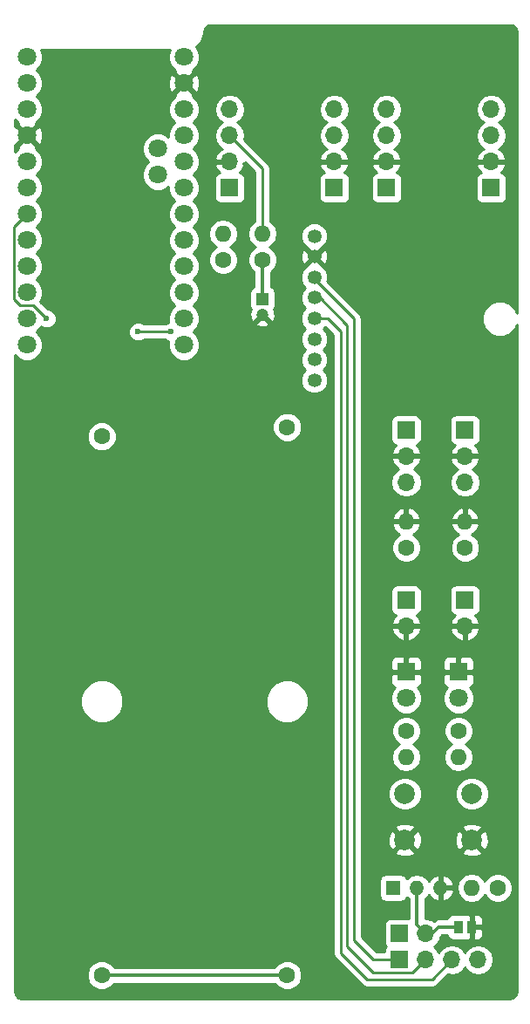
<source format=gbr>
G04 #@! TF.FileFunction,Copper,L2,Bot,Signal*
%FSLAX46Y46*%
G04 Gerber Fmt 4.6, Leading zero omitted, Abs format (unit mm)*
G04 Created by KiCad (PCBNEW 4.0.7) date 05/04/18 00:13:25*
%MOMM*%
%LPD*%
G01*
G04 APERTURE LIST*
%ADD10C,0.100000*%
%ADD11R,1.800000X1.800000*%
%ADD12C,1.800000*%
%ADD13C,1.600000*%
%ADD14R,1.200000X1.200000*%
%ADD15C,1.200000*%
%ADD16C,1.350000*%
%ADD17C,2.000000*%
%ADD18R,1.700000X1.700000*%
%ADD19O,1.700000X1.700000*%
%ADD20O,1.600000X1.600000*%
%ADD21R,0.970000X1.270000*%
%ADD22R,1.400000X1.400000*%
%ADD23O,1.400000X1.400000*%
%ADD24C,0.600000*%
%ADD25C,0.350000*%
%ADD26C,0.250000*%
%ADD27C,0.254000*%
G04 APERTURE END LIST*
D10*
D11*
X144145000Y-113665000D03*
D12*
X144145000Y-116205000D03*
D13*
X127500000Y-143100000D03*
X127500000Y-89900000D03*
D14*
X125095000Y-77470000D03*
D15*
X125095000Y-78970000D03*
D12*
X117475000Y-81915000D03*
X117475000Y-79375000D03*
X117475000Y-76835000D03*
X117475000Y-74295000D03*
X117475000Y-71755000D03*
X117475000Y-69215000D03*
X117475000Y-66675000D03*
X117475000Y-64135000D03*
X117475000Y-61595000D03*
X117475000Y-59055000D03*
X117475000Y-56515000D03*
X117475000Y-53975000D03*
X102235000Y-53975000D03*
X102235000Y-56515000D03*
X102235000Y-59055000D03*
X102235000Y-61595000D03*
X102235000Y-64135000D03*
X102235000Y-66675000D03*
X102235000Y-69215000D03*
X102235000Y-71755000D03*
X102235000Y-74295000D03*
X102235000Y-76835000D03*
X102235000Y-79375000D03*
X102235000Y-81915000D03*
X114935000Y-65405000D03*
X114935000Y-62865000D03*
D11*
X139065000Y-113665000D03*
D12*
X139065000Y-116205000D03*
D16*
X130135000Y-85350000D03*
X130135000Y-71350000D03*
X130135000Y-73350000D03*
X130135000Y-75350000D03*
X130135000Y-77350000D03*
X130135000Y-79350000D03*
X130135000Y-81350000D03*
X130135000Y-83350000D03*
D17*
X138938000Y-129976000D03*
X138938000Y-125476000D03*
X145438000Y-129976000D03*
X145438000Y-125476000D03*
D18*
X138430000Y-139065000D03*
D19*
X140970000Y-139065000D03*
D18*
X147320000Y-66675000D03*
D19*
X147320000Y-64135000D03*
X147320000Y-61595000D03*
X147320000Y-59055000D03*
D18*
X121920000Y-66675000D03*
D19*
X121920000Y-64135000D03*
X121920000Y-61595000D03*
X121920000Y-59055000D03*
D18*
X138430000Y-141605000D03*
D19*
X140970000Y-141605000D03*
X143510000Y-141605000D03*
X146050000Y-141605000D03*
D13*
X109500000Y-90800000D03*
X109500000Y-143100000D03*
D18*
X144780000Y-106680000D03*
D19*
X144780000Y-109220000D03*
D18*
X139065000Y-106680000D03*
D19*
X139065000Y-109220000D03*
D18*
X137160000Y-66675000D03*
D19*
X137160000Y-64135000D03*
X137160000Y-61595000D03*
X137160000Y-59055000D03*
D18*
X132080000Y-66675000D03*
D19*
X132080000Y-64135000D03*
X132080000Y-61595000D03*
X132080000Y-59055000D03*
D13*
X125095000Y-73660000D03*
D20*
X125095000Y-71120000D03*
D13*
X121285000Y-73660000D03*
D20*
X121285000Y-71120000D03*
D13*
X144145000Y-119380000D03*
D20*
X144145000Y-121920000D03*
D13*
X139065000Y-119380000D03*
D20*
X139065000Y-121920000D03*
D13*
X147955000Y-134620000D03*
D20*
X145415000Y-134620000D03*
D21*
X145420000Y-138430000D03*
X144140000Y-138430000D03*
D22*
X137795000Y-134620000D03*
D23*
X140095000Y-134620000D03*
X142395000Y-134620000D03*
D13*
X139065000Y-101600000D03*
D20*
X139065000Y-99060000D03*
D13*
X144780000Y-101600000D03*
D20*
X144780000Y-99060000D03*
D18*
X144780000Y-90170000D03*
D19*
X144780000Y-92710000D03*
X144780000Y-95250000D03*
D18*
X139065000Y-90170000D03*
D19*
X139065000Y-92710000D03*
X139065000Y-95250000D03*
D24*
X104140000Y-79375000D03*
X113030000Y-80645000D03*
X116205000Y-80645000D03*
D25*
X125095000Y-73660000D02*
X125095000Y-77470000D01*
D26*
X104140000Y-79375000D02*
X102870000Y-78105000D01*
X100965000Y-70485000D02*
X102235000Y-69215000D01*
X100965000Y-77470000D02*
X100965000Y-70485000D01*
X101600000Y-78105000D02*
X100965000Y-77470000D01*
X102870000Y-78105000D02*
X101600000Y-78105000D01*
X116205000Y-80645000D02*
X113030000Y-80645000D01*
X121920000Y-61595000D02*
X125095000Y-64770000D01*
X125095000Y-64770000D02*
X125095000Y-71120000D01*
X134620000Y-140335000D02*
X135890000Y-141605000D01*
X130135000Y-75525000D02*
X133985000Y-79375000D01*
X133985000Y-79375000D02*
X133985000Y-121920000D01*
X133985000Y-121920000D02*
X133985000Y-122555000D01*
X133985000Y-139700000D02*
X134620000Y-140335000D01*
X133985000Y-122555000D02*
X133985000Y-139700000D01*
X135890000Y-141605000D02*
X138430000Y-141605000D01*
X130135000Y-75525000D02*
X130135000Y-75350000D01*
X139065000Y-142875000D02*
X139700000Y-142875000D01*
X139700000Y-142875000D02*
X140970000Y-141605000D01*
X133985000Y-140970000D02*
X135890000Y-142875000D01*
X133350000Y-80010000D02*
X130690000Y-77350000D01*
X133350000Y-123190000D02*
X133350000Y-80010000D01*
X133350000Y-140335000D02*
X133985000Y-140970000D01*
X133350000Y-123190000D02*
X133350000Y-140335000D01*
X135890000Y-142875000D02*
X139065000Y-142875000D01*
X130690000Y-77350000D02*
X130135000Y-77350000D01*
X135255000Y-143510000D02*
X141605000Y-143510000D01*
X141605000Y-143510000D02*
X143510000Y-141605000D01*
X132715000Y-123825000D02*
X132715000Y-140970000D01*
X132715000Y-140970000D02*
X135255000Y-143510000D01*
X132715000Y-80645000D02*
X132715000Y-123825000D01*
X131420000Y-79350000D02*
X130135000Y-79350000D01*
X132715000Y-80645000D02*
X131420000Y-79350000D01*
X130785000Y-79350000D02*
X130135000Y-79350000D01*
X130135000Y-79350000D02*
X130150000Y-79350000D01*
D25*
X109500000Y-143100000D02*
X127500000Y-143100000D01*
X140970000Y-139065000D02*
X141605000Y-139065000D01*
X141605000Y-139065000D02*
X142240000Y-138430000D01*
X142240000Y-138430000D02*
X143510000Y-138430000D01*
X144140000Y-138430000D02*
X143510000Y-138430000D01*
X140095000Y-134620000D02*
X140095000Y-138190000D01*
X140095000Y-138190000D02*
X140970000Y-139065000D01*
D27*
G36*
X149433979Y-50930478D02*
X149611145Y-51048856D01*
X149729521Y-51226019D01*
X149785000Y-51504931D01*
X149785000Y-78799545D01*
X149617219Y-78393485D01*
X149129582Y-77904996D01*
X148492127Y-77640301D01*
X147801901Y-77639699D01*
X147163985Y-77903281D01*
X146675496Y-78390918D01*
X146410801Y-79028373D01*
X146410199Y-79718599D01*
X146673781Y-80356515D01*
X147161418Y-80845004D01*
X147798873Y-81109699D01*
X148489099Y-81110301D01*
X149127015Y-80846719D01*
X149615504Y-80359082D01*
X149785000Y-79950891D01*
X149785000Y-144710069D01*
X149729521Y-144988981D01*
X149611145Y-145166144D01*
X149433979Y-145284522D01*
X149155070Y-145340000D01*
X101669931Y-145340000D01*
X101391019Y-145284521D01*
X101213856Y-145166145D01*
X101095478Y-144988979D01*
X101040000Y-144710070D01*
X101040000Y-143384187D01*
X108064752Y-143384187D01*
X108282757Y-143911800D01*
X108686077Y-144315824D01*
X109213309Y-144534750D01*
X109784187Y-144535248D01*
X110311800Y-144317243D01*
X110715824Y-143913923D01*
X110717453Y-143910000D01*
X126282013Y-143910000D01*
X126282757Y-143911800D01*
X126686077Y-144315824D01*
X127213309Y-144534750D01*
X127784187Y-144535248D01*
X128311800Y-144317243D01*
X128715824Y-143913923D01*
X128934750Y-143386691D01*
X128935248Y-142815813D01*
X128717243Y-142288200D01*
X128313923Y-141884176D01*
X127786691Y-141665250D01*
X127215813Y-141664752D01*
X126688200Y-141882757D01*
X126284176Y-142286077D01*
X126282547Y-142290000D01*
X110717987Y-142290000D01*
X110717243Y-142288200D01*
X110313923Y-141884176D01*
X109786691Y-141665250D01*
X109215813Y-141664752D01*
X108688200Y-141882757D01*
X108284176Y-142286077D01*
X108065250Y-142813309D01*
X108064752Y-143384187D01*
X101040000Y-143384187D01*
X101040000Y-116912913D01*
X107414638Y-116912913D01*
X107731392Y-117679515D01*
X108317400Y-118266547D01*
X109083448Y-118584638D01*
X109912913Y-118585362D01*
X110679515Y-118268608D01*
X111266547Y-117682600D01*
X111584638Y-116916552D01*
X111584641Y-116912913D01*
X125414638Y-116912913D01*
X125731392Y-117679515D01*
X126317400Y-118266547D01*
X127083448Y-118584638D01*
X127912913Y-118585362D01*
X128679515Y-118268608D01*
X129266547Y-117682600D01*
X129584638Y-116916552D01*
X129585362Y-116087087D01*
X129268608Y-115320485D01*
X128682600Y-114733453D01*
X127916552Y-114415362D01*
X127087087Y-114414638D01*
X126320485Y-114731392D01*
X125733453Y-115317400D01*
X125415362Y-116083448D01*
X125414638Y-116912913D01*
X111584641Y-116912913D01*
X111585362Y-116087087D01*
X111268608Y-115320485D01*
X110682600Y-114733453D01*
X109916552Y-114415362D01*
X109087087Y-114414638D01*
X108320485Y-114731392D01*
X107733453Y-115317400D01*
X107415362Y-116083448D01*
X107414638Y-116912913D01*
X101040000Y-116912913D01*
X101040000Y-91084187D01*
X108064752Y-91084187D01*
X108282757Y-91611800D01*
X108686077Y-92015824D01*
X109213309Y-92234750D01*
X109784187Y-92235248D01*
X110311800Y-92017243D01*
X110715824Y-91613923D01*
X110934750Y-91086691D01*
X110935248Y-90515813D01*
X110798224Y-90184187D01*
X126064752Y-90184187D01*
X126282757Y-90711800D01*
X126686077Y-91115824D01*
X127213309Y-91334750D01*
X127784187Y-91335248D01*
X128311800Y-91117243D01*
X128715824Y-90713923D01*
X128934750Y-90186691D01*
X128935248Y-89615813D01*
X128717243Y-89088200D01*
X128313923Y-88684176D01*
X127786691Y-88465250D01*
X127215813Y-88464752D01*
X126688200Y-88682757D01*
X126284176Y-89086077D01*
X126065250Y-89613309D01*
X126064752Y-90184187D01*
X110798224Y-90184187D01*
X110717243Y-89988200D01*
X110313923Y-89584176D01*
X109786691Y-89365250D01*
X109215813Y-89364752D01*
X108688200Y-89582757D01*
X108284176Y-89986077D01*
X108065250Y-90513309D01*
X108064752Y-91084187D01*
X101040000Y-91084187D01*
X101040000Y-82890626D01*
X101364357Y-83215551D01*
X101928330Y-83449733D01*
X102538991Y-83450265D01*
X103103371Y-83217068D01*
X103535551Y-82785643D01*
X103769733Y-82221670D01*
X103770265Y-81611009D01*
X103537068Y-81046629D01*
X103320985Y-80830167D01*
X112094838Y-80830167D01*
X112236883Y-81173943D01*
X112499673Y-81437192D01*
X112843201Y-81579838D01*
X113215167Y-81580162D01*
X113558943Y-81438117D01*
X113592118Y-81405000D01*
X115642537Y-81405000D01*
X115674673Y-81437192D01*
X115961819Y-81556426D01*
X115940267Y-81608330D01*
X115939735Y-82218991D01*
X116172932Y-82783371D01*
X116604357Y-83215551D01*
X117168330Y-83449733D01*
X117778991Y-83450265D01*
X118343371Y-83217068D01*
X118775551Y-82785643D01*
X119009733Y-82221670D01*
X119010265Y-81611009D01*
X118777068Y-81046629D01*
X118375818Y-80644677D01*
X118775551Y-80245643D01*
X118947005Y-79832735D01*
X124411870Y-79832735D01*
X124461383Y-80058164D01*
X124926036Y-80217807D01*
X125416413Y-80187482D01*
X125728617Y-80058164D01*
X125778130Y-79832735D01*
X125095000Y-79149605D01*
X124411870Y-79832735D01*
X118947005Y-79832735D01*
X119009733Y-79681670D01*
X119010265Y-79071009D01*
X118777068Y-78506629D01*
X118375818Y-78104677D01*
X118775551Y-77705643D01*
X119009733Y-77141670D01*
X119010265Y-76531009D01*
X118777068Y-75966629D01*
X118375818Y-75564677D01*
X118775551Y-75165643D01*
X119009733Y-74601670D01*
X119010265Y-73991009D01*
X118990919Y-73944187D01*
X119849752Y-73944187D01*
X120067757Y-74471800D01*
X120471077Y-74875824D01*
X120998309Y-75094750D01*
X121569187Y-75095248D01*
X122096800Y-74877243D01*
X122500824Y-74473923D01*
X122719750Y-73946691D01*
X122720248Y-73375813D01*
X122502243Y-72848200D01*
X122098923Y-72444176D01*
X121963046Y-72387755D01*
X122299698Y-72162811D01*
X122610767Y-71697264D01*
X122720000Y-71148113D01*
X122720000Y-71091887D01*
X122610767Y-70542736D01*
X122299698Y-70077189D01*
X121834151Y-69766120D01*
X121285000Y-69656887D01*
X120735849Y-69766120D01*
X120270302Y-70077189D01*
X119959233Y-70542736D01*
X119850000Y-71091887D01*
X119850000Y-71148113D01*
X119959233Y-71697264D01*
X120270302Y-72162811D01*
X120606710Y-72387592D01*
X120473200Y-72442757D01*
X120069176Y-72846077D01*
X119850250Y-73373309D01*
X119849752Y-73944187D01*
X118990919Y-73944187D01*
X118777068Y-73426629D01*
X118375818Y-73024677D01*
X118775551Y-72625643D01*
X119009733Y-72061670D01*
X119010265Y-71451009D01*
X118777068Y-70886629D01*
X118375818Y-70484677D01*
X118775551Y-70085643D01*
X119009733Y-69521670D01*
X119010265Y-68911009D01*
X118777068Y-68346629D01*
X118375818Y-67944677D01*
X118775551Y-67545643D01*
X119009733Y-66981670D01*
X119010265Y-66371009D01*
X118777068Y-65806629D01*
X118375818Y-65404677D01*
X118775551Y-65005643D01*
X119009733Y-64441670D01*
X119010265Y-63831009D01*
X118777068Y-63266629D01*
X118375818Y-62864677D01*
X118775551Y-62465643D01*
X119009733Y-61901670D01*
X119010265Y-61291009D01*
X118777068Y-60726629D01*
X118375818Y-60324677D01*
X118775551Y-59925643D01*
X119009733Y-59361670D01*
X119010000Y-59055000D01*
X120405907Y-59055000D01*
X120518946Y-59623285D01*
X120840853Y-60105054D01*
X121170026Y-60325000D01*
X120840853Y-60544946D01*
X120518946Y-61026715D01*
X120405907Y-61595000D01*
X120518946Y-62163285D01*
X120840853Y-62645054D01*
X121181553Y-62872702D01*
X121038642Y-62939817D01*
X120648355Y-63368076D01*
X120478524Y-63778110D01*
X120599845Y-64008000D01*
X121793000Y-64008000D01*
X121793000Y-63988000D01*
X122047000Y-63988000D01*
X122047000Y-64008000D01*
X122067000Y-64008000D01*
X122067000Y-64262000D01*
X122047000Y-64262000D01*
X122047000Y-64282000D01*
X121793000Y-64282000D01*
X121793000Y-64262000D01*
X120599845Y-64262000D01*
X120478524Y-64491890D01*
X120648355Y-64901924D01*
X120924501Y-65204937D01*
X120834683Y-65221838D01*
X120618559Y-65360910D01*
X120473569Y-65573110D01*
X120422560Y-65825000D01*
X120422560Y-67525000D01*
X120466838Y-67760317D01*
X120605910Y-67976441D01*
X120818110Y-68121431D01*
X121070000Y-68172440D01*
X122770000Y-68172440D01*
X123005317Y-68128162D01*
X123221441Y-67989090D01*
X123366431Y-67776890D01*
X123417440Y-67525000D01*
X123417440Y-65825000D01*
X123373162Y-65589683D01*
X123234090Y-65373559D01*
X123021890Y-65228569D01*
X122913893Y-65206699D01*
X123191645Y-64901924D01*
X123361476Y-64491890D01*
X123240156Y-64262002D01*
X123405000Y-64262002D01*
X123405000Y-64154802D01*
X124335000Y-65084802D01*
X124335000Y-69907005D01*
X124080302Y-70077189D01*
X123769233Y-70542736D01*
X123660000Y-71091887D01*
X123660000Y-71148113D01*
X123769233Y-71697264D01*
X124080302Y-72162811D01*
X124416710Y-72387592D01*
X124283200Y-72442757D01*
X123879176Y-72846077D01*
X123660250Y-73373309D01*
X123659752Y-73944187D01*
X123877757Y-74471800D01*
X124281077Y-74875824D01*
X124285000Y-74877453D01*
X124285000Y-76262074D01*
X124259683Y-76266838D01*
X124043559Y-76405910D01*
X123898569Y-76618110D01*
X123847560Y-76870000D01*
X123847560Y-78070000D01*
X123891838Y-78305317D01*
X123973766Y-78432636D01*
X123847193Y-78801036D01*
X123877518Y-79291413D01*
X124006836Y-79603617D01*
X124232265Y-79653130D01*
X124915395Y-78970000D01*
X124901253Y-78955858D01*
X125080858Y-78776253D01*
X125095000Y-78790395D01*
X125109143Y-78776253D01*
X125288748Y-78955858D01*
X125274605Y-78970000D01*
X125957735Y-79653130D01*
X126183164Y-79603617D01*
X126342807Y-79138964D01*
X126312482Y-78648587D01*
X126220289Y-78426010D01*
X126291431Y-78321890D01*
X126342440Y-78070000D01*
X126342440Y-76870000D01*
X126298162Y-76634683D01*
X126159090Y-76418559D01*
X125946890Y-76273569D01*
X125905000Y-76265086D01*
X125905000Y-75609432D01*
X128824774Y-75609432D01*
X129023789Y-76091086D01*
X129282380Y-76350129D01*
X129025084Y-76606976D01*
X128825228Y-77088282D01*
X128824774Y-77609432D01*
X129023789Y-78091086D01*
X129282380Y-78350129D01*
X129025084Y-78606976D01*
X128825228Y-79088282D01*
X128824774Y-79609432D01*
X129023789Y-80091086D01*
X129282380Y-80350129D01*
X129025084Y-80606976D01*
X128825228Y-81088282D01*
X128824774Y-81609432D01*
X129023789Y-82091086D01*
X129282380Y-82350129D01*
X129025084Y-82606976D01*
X128825228Y-83088282D01*
X128824774Y-83609432D01*
X129023789Y-84091086D01*
X129282380Y-84350129D01*
X129025084Y-84606976D01*
X128825228Y-85088282D01*
X128824774Y-85609432D01*
X129023789Y-86091086D01*
X129391976Y-86459916D01*
X129873282Y-86659772D01*
X130394432Y-86660226D01*
X130876086Y-86461211D01*
X131244916Y-86093024D01*
X131444772Y-85611718D01*
X131445226Y-85090568D01*
X131246211Y-84608914D01*
X130987620Y-84349871D01*
X131244916Y-84093024D01*
X131444772Y-83611718D01*
X131445226Y-83090568D01*
X131246211Y-82608914D01*
X130987620Y-82349871D01*
X131244916Y-82093024D01*
X131444772Y-81611718D01*
X131445226Y-81090568D01*
X131246211Y-80608914D01*
X130987620Y-80349871D01*
X131166501Y-80171303D01*
X131955000Y-80959802D01*
X131955000Y-140970000D01*
X132012852Y-141260839D01*
X132177599Y-141507401D01*
X134717599Y-144047401D01*
X134964160Y-144212148D01*
X135012414Y-144221746D01*
X135255000Y-144270000D01*
X141605000Y-144270000D01*
X141895839Y-144212148D01*
X142142401Y-144047401D01*
X143143592Y-143046210D01*
X143510000Y-143119093D01*
X144078285Y-143006054D01*
X144560054Y-142684147D01*
X144780000Y-142354974D01*
X144999946Y-142684147D01*
X145481715Y-143006054D01*
X146050000Y-143119093D01*
X146618285Y-143006054D01*
X147100054Y-142684147D01*
X147421961Y-142202378D01*
X147535000Y-141634093D01*
X147535000Y-141575907D01*
X147421961Y-141007622D01*
X147100054Y-140525853D01*
X146618285Y-140203946D01*
X146050000Y-140090907D01*
X145481715Y-140203946D01*
X144999946Y-140525853D01*
X144780000Y-140855026D01*
X144560054Y-140525853D01*
X144078285Y-140203946D01*
X143510000Y-140090907D01*
X142941715Y-140203946D01*
X142459946Y-140525853D01*
X142240000Y-140855026D01*
X142020054Y-140525853D01*
X141734422Y-140335000D01*
X142020054Y-140144147D01*
X142341961Y-139662378D01*
X142388847Y-139426665D01*
X142575513Y-139240000D01*
X143040489Y-139240000D01*
X143051838Y-139300317D01*
X143190910Y-139516441D01*
X143403110Y-139661431D01*
X143655000Y-139712440D01*
X144625000Y-139712440D01*
X144771963Y-139684787D01*
X144808690Y-139700000D01*
X145134250Y-139700000D01*
X145293000Y-139541250D01*
X145293000Y-138557000D01*
X145547000Y-138557000D01*
X145547000Y-139541250D01*
X145705750Y-139700000D01*
X146031310Y-139700000D01*
X146264699Y-139603327D01*
X146443327Y-139424698D01*
X146540000Y-139191309D01*
X146540000Y-138715750D01*
X146381250Y-138557000D01*
X145547000Y-138557000D01*
X145293000Y-138557000D01*
X145273000Y-138557000D01*
X145273000Y-138303000D01*
X145293000Y-138303000D01*
X145293000Y-137318750D01*
X145547000Y-137318750D01*
X145547000Y-138303000D01*
X146381250Y-138303000D01*
X146540000Y-138144250D01*
X146540000Y-137668691D01*
X146443327Y-137435302D01*
X146264699Y-137256673D01*
X146031310Y-137160000D01*
X145705750Y-137160000D01*
X145547000Y-137318750D01*
X145293000Y-137318750D01*
X145134250Y-137160000D01*
X144808690Y-137160000D01*
X144768545Y-137176629D01*
X144625000Y-137147560D01*
X143655000Y-137147560D01*
X143419683Y-137191838D01*
X143203559Y-137330910D01*
X143058569Y-137543110D01*
X143042998Y-137620000D01*
X142240000Y-137620000D01*
X141930027Y-137681657D01*
X141747409Y-137803678D01*
X141538285Y-137663946D01*
X140970000Y-137550907D01*
X140905000Y-137563836D01*
X140905000Y-135670991D01*
X141065142Y-135563988D01*
X141244209Y-135295995D01*
X141245203Y-135298396D01*
X141592337Y-135686764D01*
X142061669Y-135912727D01*
X142268000Y-135790206D01*
X142268000Y-134747000D01*
X142522000Y-134747000D01*
X142522000Y-135790206D01*
X142728331Y-135912727D01*
X143197663Y-135686764D01*
X143544797Y-135298396D01*
X143687716Y-134953329D01*
X143564374Y-134747000D01*
X142522000Y-134747000D01*
X142268000Y-134747000D01*
X142248000Y-134747000D01*
X142248000Y-134620000D01*
X143951887Y-134620000D01*
X144061120Y-135169151D01*
X144372189Y-135634698D01*
X144837736Y-135945767D01*
X145386887Y-136055000D01*
X145443113Y-136055000D01*
X145992264Y-135945767D01*
X146457811Y-135634698D01*
X146682592Y-135298290D01*
X146737757Y-135431800D01*
X147141077Y-135835824D01*
X147668309Y-136054750D01*
X148239187Y-136055248D01*
X148766800Y-135837243D01*
X149170824Y-135433923D01*
X149389750Y-134906691D01*
X149390248Y-134335813D01*
X149172243Y-133808200D01*
X148768923Y-133404176D01*
X148241691Y-133185250D01*
X147670813Y-133184752D01*
X147143200Y-133402757D01*
X146739176Y-133806077D01*
X146682755Y-133941954D01*
X146457811Y-133605302D01*
X145992264Y-133294233D01*
X145443113Y-133185000D01*
X145386887Y-133185000D01*
X144837736Y-133294233D01*
X144372189Y-133605302D01*
X144061120Y-134070849D01*
X143951887Y-134620000D01*
X142248000Y-134620000D01*
X142248000Y-134493000D01*
X142268000Y-134493000D01*
X142268000Y-133449794D01*
X142522000Y-133449794D01*
X142522000Y-134493000D01*
X143564374Y-134493000D01*
X143687716Y-134286671D01*
X143544797Y-133941604D01*
X143197663Y-133553236D01*
X142728331Y-133327273D01*
X142522000Y-133449794D01*
X142268000Y-133449794D01*
X142061669Y-133327273D01*
X141592337Y-133553236D01*
X141245203Y-133941604D01*
X141244209Y-133944005D01*
X141065142Y-133676012D01*
X140632036Y-133386621D01*
X140121154Y-133285000D01*
X140068846Y-133285000D01*
X139557964Y-133386621D01*
X139124858Y-133676012D01*
X139102755Y-133709092D01*
X139098162Y-133684683D01*
X138959090Y-133468559D01*
X138746890Y-133323569D01*
X138495000Y-133272560D01*
X137095000Y-133272560D01*
X136859683Y-133316838D01*
X136643559Y-133455910D01*
X136498569Y-133668110D01*
X136447560Y-133920000D01*
X136447560Y-135320000D01*
X136491838Y-135555317D01*
X136630910Y-135771441D01*
X136843110Y-135916431D01*
X137095000Y-135967440D01*
X138495000Y-135967440D01*
X138730317Y-135923162D01*
X138946441Y-135784090D01*
X139091431Y-135571890D01*
X139100434Y-135527434D01*
X139124858Y-135563988D01*
X139285000Y-135670991D01*
X139285000Y-137568573D01*
X139280000Y-137567560D01*
X137580000Y-137567560D01*
X137344683Y-137611838D01*
X137128559Y-137750910D01*
X136983569Y-137963110D01*
X136932560Y-138215000D01*
X136932560Y-139915000D01*
X136976838Y-140150317D01*
X137097015Y-140337077D01*
X136983569Y-140503110D01*
X136932560Y-140755000D01*
X136932560Y-140845000D01*
X136204802Y-140845000D01*
X134745000Y-139385198D01*
X134745000Y-131128532D01*
X137965073Y-131128532D01*
X138063736Y-131395387D01*
X138673461Y-131621908D01*
X139323460Y-131597856D01*
X139812264Y-131395387D01*
X139910927Y-131128532D01*
X144465073Y-131128532D01*
X144563736Y-131395387D01*
X145173461Y-131621908D01*
X145823460Y-131597856D01*
X146312264Y-131395387D01*
X146410927Y-131128532D01*
X145438000Y-130155605D01*
X144465073Y-131128532D01*
X139910927Y-131128532D01*
X138938000Y-130155605D01*
X137965073Y-131128532D01*
X134745000Y-131128532D01*
X134745000Y-129711461D01*
X137292092Y-129711461D01*
X137316144Y-130361460D01*
X137518613Y-130850264D01*
X137785468Y-130948927D01*
X138758395Y-129976000D01*
X139117605Y-129976000D01*
X140090532Y-130948927D01*
X140357387Y-130850264D01*
X140583908Y-130240539D01*
X140564331Y-129711461D01*
X143792092Y-129711461D01*
X143816144Y-130361460D01*
X144018613Y-130850264D01*
X144285468Y-130948927D01*
X145258395Y-129976000D01*
X145617605Y-129976000D01*
X146590532Y-130948927D01*
X146857387Y-130850264D01*
X147083908Y-130240539D01*
X147059856Y-129590540D01*
X146857387Y-129101736D01*
X146590532Y-129003073D01*
X145617605Y-129976000D01*
X145258395Y-129976000D01*
X144285468Y-129003073D01*
X144018613Y-129101736D01*
X143792092Y-129711461D01*
X140564331Y-129711461D01*
X140559856Y-129590540D01*
X140357387Y-129101736D01*
X140090532Y-129003073D01*
X139117605Y-129976000D01*
X138758395Y-129976000D01*
X137785468Y-129003073D01*
X137518613Y-129101736D01*
X137292092Y-129711461D01*
X134745000Y-129711461D01*
X134745000Y-128823468D01*
X137965073Y-128823468D01*
X138938000Y-129796395D01*
X139910927Y-128823468D01*
X144465073Y-128823468D01*
X145438000Y-129796395D01*
X146410927Y-128823468D01*
X146312264Y-128556613D01*
X145702539Y-128330092D01*
X145052540Y-128354144D01*
X144563736Y-128556613D01*
X144465073Y-128823468D01*
X139910927Y-128823468D01*
X139812264Y-128556613D01*
X139202539Y-128330092D01*
X138552540Y-128354144D01*
X138063736Y-128556613D01*
X137965073Y-128823468D01*
X134745000Y-128823468D01*
X134745000Y-125799795D01*
X137302716Y-125799795D01*
X137551106Y-126400943D01*
X138010637Y-126861278D01*
X138611352Y-127110716D01*
X139261795Y-127111284D01*
X139862943Y-126862894D01*
X140323278Y-126403363D01*
X140572716Y-125802648D01*
X140572718Y-125799795D01*
X143802716Y-125799795D01*
X144051106Y-126400943D01*
X144510637Y-126861278D01*
X145111352Y-127110716D01*
X145761795Y-127111284D01*
X146362943Y-126862894D01*
X146823278Y-126403363D01*
X147072716Y-125802648D01*
X147073284Y-125152205D01*
X146824894Y-124551057D01*
X146365363Y-124090722D01*
X145764648Y-123841284D01*
X145114205Y-123840716D01*
X144513057Y-124089106D01*
X144052722Y-124548637D01*
X143803284Y-125149352D01*
X143802716Y-125799795D01*
X140572718Y-125799795D01*
X140573284Y-125152205D01*
X140324894Y-124551057D01*
X139865363Y-124090722D01*
X139264648Y-123841284D01*
X138614205Y-123840716D01*
X138013057Y-124089106D01*
X137552722Y-124548637D01*
X137303284Y-125149352D01*
X137302716Y-125799795D01*
X134745000Y-125799795D01*
X134745000Y-119664187D01*
X137629752Y-119664187D01*
X137847757Y-120191800D01*
X138251077Y-120595824D01*
X138386954Y-120652245D01*
X138050302Y-120877189D01*
X137739233Y-121342736D01*
X137630000Y-121891887D01*
X137630000Y-121948113D01*
X137739233Y-122497264D01*
X138050302Y-122962811D01*
X138515849Y-123273880D01*
X139065000Y-123383113D01*
X139614151Y-123273880D01*
X140079698Y-122962811D01*
X140390767Y-122497264D01*
X140500000Y-121948113D01*
X140500000Y-121891887D01*
X140390767Y-121342736D01*
X140079698Y-120877189D01*
X139743290Y-120652408D01*
X139876800Y-120597243D01*
X140280824Y-120193923D01*
X140499750Y-119666691D01*
X140499752Y-119664187D01*
X142709752Y-119664187D01*
X142927757Y-120191800D01*
X143331077Y-120595824D01*
X143466954Y-120652245D01*
X143130302Y-120877189D01*
X142819233Y-121342736D01*
X142710000Y-121891887D01*
X142710000Y-121948113D01*
X142819233Y-122497264D01*
X143130302Y-122962811D01*
X143595849Y-123273880D01*
X144145000Y-123383113D01*
X144694151Y-123273880D01*
X145159698Y-122962811D01*
X145470767Y-122497264D01*
X145580000Y-121948113D01*
X145580000Y-121891887D01*
X145470767Y-121342736D01*
X145159698Y-120877189D01*
X144823290Y-120652408D01*
X144956800Y-120597243D01*
X145360824Y-120193923D01*
X145579750Y-119666691D01*
X145580248Y-119095813D01*
X145362243Y-118568200D01*
X144958923Y-118164176D01*
X144431691Y-117945250D01*
X143860813Y-117944752D01*
X143333200Y-118162757D01*
X142929176Y-118566077D01*
X142710250Y-119093309D01*
X142709752Y-119664187D01*
X140499752Y-119664187D01*
X140500248Y-119095813D01*
X140282243Y-118568200D01*
X139878923Y-118164176D01*
X139351691Y-117945250D01*
X138780813Y-117944752D01*
X138253200Y-118162757D01*
X137849176Y-118566077D01*
X137630250Y-119093309D01*
X137629752Y-119664187D01*
X134745000Y-119664187D01*
X134745000Y-116508991D01*
X137529735Y-116508991D01*
X137762932Y-117073371D01*
X138194357Y-117505551D01*
X138758330Y-117739733D01*
X139368991Y-117740265D01*
X139933371Y-117507068D01*
X140365551Y-117075643D01*
X140599733Y-116511670D01*
X140599735Y-116508991D01*
X142609735Y-116508991D01*
X142842932Y-117073371D01*
X143274357Y-117505551D01*
X143838330Y-117739733D01*
X144448991Y-117740265D01*
X145013371Y-117507068D01*
X145445551Y-117075643D01*
X145679733Y-116511670D01*
X145680265Y-115901009D01*
X145447068Y-115336629D01*
X145269908Y-115159159D01*
X145404699Y-115103327D01*
X145583327Y-114924698D01*
X145680000Y-114691309D01*
X145680000Y-113950750D01*
X145521250Y-113792000D01*
X144272000Y-113792000D01*
X144272000Y-113812000D01*
X144018000Y-113812000D01*
X144018000Y-113792000D01*
X142768750Y-113792000D01*
X142610000Y-113950750D01*
X142610000Y-114691309D01*
X142706673Y-114924698D01*
X142885301Y-115103327D01*
X143019994Y-115159119D01*
X142844449Y-115334357D01*
X142610267Y-115898330D01*
X142609735Y-116508991D01*
X140599735Y-116508991D01*
X140600265Y-115901009D01*
X140367068Y-115336629D01*
X140189908Y-115159159D01*
X140324699Y-115103327D01*
X140503327Y-114924698D01*
X140600000Y-114691309D01*
X140600000Y-113950750D01*
X140441250Y-113792000D01*
X139192000Y-113792000D01*
X139192000Y-113812000D01*
X138938000Y-113812000D01*
X138938000Y-113792000D01*
X137688750Y-113792000D01*
X137530000Y-113950750D01*
X137530000Y-114691309D01*
X137626673Y-114924698D01*
X137805301Y-115103327D01*
X137939994Y-115159119D01*
X137764449Y-115334357D01*
X137530267Y-115898330D01*
X137529735Y-116508991D01*
X134745000Y-116508991D01*
X134745000Y-112638691D01*
X137530000Y-112638691D01*
X137530000Y-113379250D01*
X137688750Y-113538000D01*
X138938000Y-113538000D01*
X138938000Y-112288750D01*
X139192000Y-112288750D01*
X139192000Y-113538000D01*
X140441250Y-113538000D01*
X140600000Y-113379250D01*
X140600000Y-112638691D01*
X142610000Y-112638691D01*
X142610000Y-113379250D01*
X142768750Y-113538000D01*
X144018000Y-113538000D01*
X144018000Y-112288750D01*
X144272000Y-112288750D01*
X144272000Y-113538000D01*
X145521250Y-113538000D01*
X145680000Y-113379250D01*
X145680000Y-112638691D01*
X145583327Y-112405302D01*
X145404699Y-112226673D01*
X145171310Y-112130000D01*
X144430750Y-112130000D01*
X144272000Y-112288750D01*
X144018000Y-112288750D01*
X143859250Y-112130000D01*
X143118690Y-112130000D01*
X142885301Y-112226673D01*
X142706673Y-112405302D01*
X142610000Y-112638691D01*
X140600000Y-112638691D01*
X140503327Y-112405302D01*
X140324699Y-112226673D01*
X140091310Y-112130000D01*
X139350750Y-112130000D01*
X139192000Y-112288750D01*
X138938000Y-112288750D01*
X138779250Y-112130000D01*
X138038690Y-112130000D01*
X137805301Y-112226673D01*
X137626673Y-112405302D01*
X137530000Y-112638691D01*
X134745000Y-112638691D01*
X134745000Y-109576890D01*
X137623524Y-109576890D01*
X137793355Y-109986924D01*
X138183642Y-110415183D01*
X138708108Y-110661486D01*
X138938000Y-110540819D01*
X138938000Y-109347000D01*
X139192000Y-109347000D01*
X139192000Y-110540819D01*
X139421892Y-110661486D01*
X139946358Y-110415183D01*
X140336645Y-109986924D01*
X140506476Y-109576890D01*
X143338524Y-109576890D01*
X143508355Y-109986924D01*
X143898642Y-110415183D01*
X144423108Y-110661486D01*
X144653000Y-110540819D01*
X144653000Y-109347000D01*
X144907000Y-109347000D01*
X144907000Y-110540819D01*
X145136892Y-110661486D01*
X145661358Y-110415183D01*
X146051645Y-109986924D01*
X146221476Y-109576890D01*
X146100155Y-109347000D01*
X144907000Y-109347000D01*
X144653000Y-109347000D01*
X143459845Y-109347000D01*
X143338524Y-109576890D01*
X140506476Y-109576890D01*
X140385155Y-109347000D01*
X139192000Y-109347000D01*
X138938000Y-109347000D01*
X137744845Y-109347000D01*
X137623524Y-109576890D01*
X134745000Y-109576890D01*
X134745000Y-105830000D01*
X137567560Y-105830000D01*
X137567560Y-107530000D01*
X137611838Y-107765317D01*
X137750910Y-107981441D01*
X137963110Y-108126431D01*
X138071107Y-108148301D01*
X137793355Y-108453076D01*
X137623524Y-108863110D01*
X137744845Y-109093000D01*
X138938000Y-109093000D01*
X138938000Y-109073000D01*
X139192000Y-109073000D01*
X139192000Y-109093000D01*
X140385155Y-109093000D01*
X140506476Y-108863110D01*
X140336645Y-108453076D01*
X140060499Y-108150063D01*
X140150317Y-108133162D01*
X140366441Y-107994090D01*
X140511431Y-107781890D01*
X140562440Y-107530000D01*
X140562440Y-105830000D01*
X143282560Y-105830000D01*
X143282560Y-107530000D01*
X143326838Y-107765317D01*
X143465910Y-107981441D01*
X143678110Y-108126431D01*
X143786107Y-108148301D01*
X143508355Y-108453076D01*
X143338524Y-108863110D01*
X143459845Y-109093000D01*
X144653000Y-109093000D01*
X144653000Y-109073000D01*
X144907000Y-109073000D01*
X144907000Y-109093000D01*
X146100155Y-109093000D01*
X146221476Y-108863110D01*
X146051645Y-108453076D01*
X145775499Y-108150063D01*
X145865317Y-108133162D01*
X146081441Y-107994090D01*
X146226431Y-107781890D01*
X146277440Y-107530000D01*
X146277440Y-105830000D01*
X146233162Y-105594683D01*
X146094090Y-105378559D01*
X145881890Y-105233569D01*
X145630000Y-105182560D01*
X143930000Y-105182560D01*
X143694683Y-105226838D01*
X143478559Y-105365910D01*
X143333569Y-105578110D01*
X143282560Y-105830000D01*
X140562440Y-105830000D01*
X140518162Y-105594683D01*
X140379090Y-105378559D01*
X140166890Y-105233569D01*
X139915000Y-105182560D01*
X138215000Y-105182560D01*
X137979683Y-105226838D01*
X137763559Y-105365910D01*
X137618569Y-105578110D01*
X137567560Y-105830000D01*
X134745000Y-105830000D01*
X134745000Y-101884187D01*
X137629752Y-101884187D01*
X137847757Y-102411800D01*
X138251077Y-102815824D01*
X138778309Y-103034750D01*
X139349187Y-103035248D01*
X139876800Y-102817243D01*
X140280824Y-102413923D01*
X140499750Y-101886691D01*
X140499752Y-101884187D01*
X143344752Y-101884187D01*
X143562757Y-102411800D01*
X143966077Y-102815824D01*
X144493309Y-103034750D01*
X145064187Y-103035248D01*
X145591800Y-102817243D01*
X145995824Y-102413923D01*
X146214750Y-101886691D01*
X146215248Y-101315813D01*
X145997243Y-100788200D01*
X145593923Y-100384176D01*
X145443432Y-100321687D01*
X145517423Y-100291041D01*
X145932389Y-99915134D01*
X146171914Y-99409041D01*
X146050629Y-99187000D01*
X144907000Y-99187000D01*
X144907000Y-99207000D01*
X144653000Y-99207000D01*
X144653000Y-99187000D01*
X143509371Y-99187000D01*
X143388086Y-99409041D01*
X143627611Y-99915134D01*
X144042577Y-100291041D01*
X144116285Y-100321570D01*
X143968200Y-100382757D01*
X143564176Y-100786077D01*
X143345250Y-101313309D01*
X143344752Y-101884187D01*
X140499752Y-101884187D01*
X140500248Y-101315813D01*
X140282243Y-100788200D01*
X139878923Y-100384176D01*
X139728432Y-100321687D01*
X139802423Y-100291041D01*
X140217389Y-99915134D01*
X140456914Y-99409041D01*
X140335629Y-99187000D01*
X139192000Y-99187000D01*
X139192000Y-99207000D01*
X138938000Y-99207000D01*
X138938000Y-99187000D01*
X137794371Y-99187000D01*
X137673086Y-99409041D01*
X137912611Y-99915134D01*
X138327577Y-100291041D01*
X138401285Y-100321570D01*
X138253200Y-100382757D01*
X137849176Y-100786077D01*
X137630250Y-101313309D01*
X137629752Y-101884187D01*
X134745000Y-101884187D01*
X134745000Y-98710959D01*
X137673086Y-98710959D01*
X137794371Y-98933000D01*
X138938000Y-98933000D01*
X138938000Y-97790085D01*
X139192000Y-97790085D01*
X139192000Y-98933000D01*
X140335629Y-98933000D01*
X140456914Y-98710959D01*
X143388086Y-98710959D01*
X143509371Y-98933000D01*
X144653000Y-98933000D01*
X144653000Y-97790085D01*
X144907000Y-97790085D01*
X144907000Y-98933000D01*
X146050629Y-98933000D01*
X146171914Y-98710959D01*
X145932389Y-98204866D01*
X145517423Y-97828959D01*
X145129039Y-97668096D01*
X144907000Y-97790085D01*
X144653000Y-97790085D01*
X144430961Y-97668096D01*
X144042577Y-97828959D01*
X143627611Y-98204866D01*
X143388086Y-98710959D01*
X140456914Y-98710959D01*
X140217389Y-98204866D01*
X139802423Y-97828959D01*
X139414039Y-97668096D01*
X139192000Y-97790085D01*
X138938000Y-97790085D01*
X138715961Y-97668096D01*
X138327577Y-97828959D01*
X137912611Y-98204866D01*
X137673086Y-98710959D01*
X134745000Y-98710959D01*
X134745000Y-95250000D01*
X137550907Y-95250000D01*
X137663946Y-95818285D01*
X137985853Y-96300054D01*
X138467622Y-96621961D01*
X139035907Y-96735000D01*
X139094093Y-96735000D01*
X139662378Y-96621961D01*
X140144147Y-96300054D01*
X140466054Y-95818285D01*
X140579093Y-95250000D01*
X143265907Y-95250000D01*
X143378946Y-95818285D01*
X143700853Y-96300054D01*
X144182622Y-96621961D01*
X144750907Y-96735000D01*
X144809093Y-96735000D01*
X145377378Y-96621961D01*
X145859147Y-96300054D01*
X146181054Y-95818285D01*
X146294093Y-95250000D01*
X146181054Y-94681715D01*
X145859147Y-94199946D01*
X145518447Y-93972298D01*
X145661358Y-93905183D01*
X146051645Y-93476924D01*
X146221476Y-93066890D01*
X146100155Y-92837000D01*
X144907000Y-92837000D01*
X144907000Y-92857000D01*
X144653000Y-92857000D01*
X144653000Y-92837000D01*
X143459845Y-92837000D01*
X143338524Y-93066890D01*
X143508355Y-93476924D01*
X143898642Y-93905183D01*
X144041553Y-93972298D01*
X143700853Y-94199946D01*
X143378946Y-94681715D01*
X143265907Y-95250000D01*
X140579093Y-95250000D01*
X140466054Y-94681715D01*
X140144147Y-94199946D01*
X139803447Y-93972298D01*
X139946358Y-93905183D01*
X140336645Y-93476924D01*
X140506476Y-93066890D01*
X140385155Y-92837000D01*
X139192000Y-92837000D01*
X139192000Y-92857000D01*
X138938000Y-92857000D01*
X138938000Y-92837000D01*
X137744845Y-92837000D01*
X137623524Y-93066890D01*
X137793355Y-93476924D01*
X138183642Y-93905183D01*
X138326553Y-93972298D01*
X137985853Y-94199946D01*
X137663946Y-94681715D01*
X137550907Y-95250000D01*
X134745000Y-95250000D01*
X134745000Y-89320000D01*
X137567560Y-89320000D01*
X137567560Y-91020000D01*
X137611838Y-91255317D01*
X137750910Y-91471441D01*
X137963110Y-91616431D01*
X138071107Y-91638301D01*
X137793355Y-91943076D01*
X137623524Y-92353110D01*
X137744845Y-92583000D01*
X138938000Y-92583000D01*
X138938000Y-92563000D01*
X139192000Y-92563000D01*
X139192000Y-92583000D01*
X140385155Y-92583000D01*
X140506476Y-92353110D01*
X140336645Y-91943076D01*
X140060499Y-91640063D01*
X140150317Y-91623162D01*
X140366441Y-91484090D01*
X140511431Y-91271890D01*
X140562440Y-91020000D01*
X140562440Y-89320000D01*
X143282560Y-89320000D01*
X143282560Y-91020000D01*
X143326838Y-91255317D01*
X143465910Y-91471441D01*
X143678110Y-91616431D01*
X143786107Y-91638301D01*
X143508355Y-91943076D01*
X143338524Y-92353110D01*
X143459845Y-92583000D01*
X144653000Y-92583000D01*
X144653000Y-92563000D01*
X144907000Y-92563000D01*
X144907000Y-92583000D01*
X146100155Y-92583000D01*
X146221476Y-92353110D01*
X146051645Y-91943076D01*
X145775499Y-91640063D01*
X145865317Y-91623162D01*
X146081441Y-91484090D01*
X146226431Y-91271890D01*
X146277440Y-91020000D01*
X146277440Y-89320000D01*
X146233162Y-89084683D01*
X146094090Y-88868559D01*
X145881890Y-88723569D01*
X145630000Y-88672560D01*
X143930000Y-88672560D01*
X143694683Y-88716838D01*
X143478559Y-88855910D01*
X143333569Y-89068110D01*
X143282560Y-89320000D01*
X140562440Y-89320000D01*
X140518162Y-89084683D01*
X140379090Y-88868559D01*
X140166890Y-88723569D01*
X139915000Y-88672560D01*
X138215000Y-88672560D01*
X137979683Y-88716838D01*
X137763559Y-88855910D01*
X137618569Y-89068110D01*
X137567560Y-89320000D01*
X134745000Y-89320000D01*
X134745000Y-79375000D01*
X134698049Y-79138964D01*
X134687148Y-79084160D01*
X134522401Y-78837599D01*
X131401274Y-75716472D01*
X131444772Y-75611718D01*
X131445226Y-75090568D01*
X131246211Y-74608914D01*
X130878024Y-74240084D01*
X130822369Y-74216974D01*
X130135000Y-73529605D01*
X129448279Y-74216326D01*
X129393914Y-74238789D01*
X129025084Y-74606976D01*
X128825228Y-75088282D01*
X128824774Y-75609432D01*
X125905000Y-75609432D01*
X125905000Y-74877987D01*
X125906800Y-74877243D01*
X126310824Y-74473923D01*
X126529750Y-73946691D01*
X126530248Y-73375813D01*
X126442357Y-73163100D01*
X128812478Y-73163100D01*
X128841625Y-73683434D01*
X128984672Y-74028781D01*
X129217853Y-74087542D01*
X129955395Y-73350000D01*
X130314605Y-73350000D01*
X131052147Y-74087542D01*
X131285328Y-74028781D01*
X131457522Y-73536900D01*
X131428375Y-73016566D01*
X131285328Y-72671219D01*
X131052147Y-72612458D01*
X130314605Y-73350000D01*
X129955395Y-73350000D01*
X129217853Y-72612458D01*
X128984672Y-72671219D01*
X128812478Y-73163100D01*
X126442357Y-73163100D01*
X126312243Y-72848200D01*
X125908923Y-72444176D01*
X125773046Y-72387755D01*
X126109698Y-72162811D01*
X126420767Y-71697264D01*
X126438237Y-71609432D01*
X128824774Y-71609432D01*
X129023789Y-72091086D01*
X129391976Y-72459916D01*
X129447631Y-72483026D01*
X130135000Y-73170395D01*
X130821721Y-72483674D01*
X130876086Y-72461211D01*
X131244916Y-72093024D01*
X131444772Y-71611718D01*
X131445226Y-71090568D01*
X131246211Y-70608914D01*
X130878024Y-70240084D01*
X130396718Y-70040228D01*
X129875568Y-70039774D01*
X129393914Y-70238789D01*
X129025084Y-70606976D01*
X128825228Y-71088282D01*
X128824774Y-71609432D01*
X126438237Y-71609432D01*
X126530000Y-71148113D01*
X126530000Y-71091887D01*
X126420767Y-70542736D01*
X126109698Y-70077189D01*
X125855000Y-69907005D01*
X125855000Y-65825000D01*
X130582560Y-65825000D01*
X130582560Y-67525000D01*
X130626838Y-67760317D01*
X130765910Y-67976441D01*
X130978110Y-68121431D01*
X131230000Y-68172440D01*
X132930000Y-68172440D01*
X133165317Y-68128162D01*
X133381441Y-67989090D01*
X133526431Y-67776890D01*
X133577440Y-67525000D01*
X133577440Y-65825000D01*
X135662560Y-65825000D01*
X135662560Y-67525000D01*
X135706838Y-67760317D01*
X135845910Y-67976441D01*
X136058110Y-68121431D01*
X136310000Y-68172440D01*
X138010000Y-68172440D01*
X138245317Y-68128162D01*
X138461441Y-67989090D01*
X138606431Y-67776890D01*
X138657440Y-67525000D01*
X138657440Y-65825000D01*
X145822560Y-65825000D01*
X145822560Y-67525000D01*
X145866838Y-67760317D01*
X146005910Y-67976441D01*
X146218110Y-68121431D01*
X146470000Y-68172440D01*
X148170000Y-68172440D01*
X148405317Y-68128162D01*
X148621441Y-67989090D01*
X148766431Y-67776890D01*
X148817440Y-67525000D01*
X148817440Y-65825000D01*
X148773162Y-65589683D01*
X148634090Y-65373559D01*
X148421890Y-65228569D01*
X148313893Y-65206699D01*
X148591645Y-64901924D01*
X148761476Y-64491890D01*
X148640155Y-64262000D01*
X147447000Y-64262000D01*
X147447000Y-64282000D01*
X147193000Y-64282000D01*
X147193000Y-64262000D01*
X145999845Y-64262000D01*
X145878524Y-64491890D01*
X146048355Y-64901924D01*
X146324501Y-65204937D01*
X146234683Y-65221838D01*
X146018559Y-65360910D01*
X145873569Y-65573110D01*
X145822560Y-65825000D01*
X138657440Y-65825000D01*
X138613162Y-65589683D01*
X138474090Y-65373559D01*
X138261890Y-65228569D01*
X138153893Y-65206699D01*
X138431645Y-64901924D01*
X138601476Y-64491890D01*
X138480155Y-64262000D01*
X137287000Y-64262000D01*
X137287000Y-64282000D01*
X137033000Y-64282000D01*
X137033000Y-64262000D01*
X135839845Y-64262000D01*
X135718524Y-64491890D01*
X135888355Y-64901924D01*
X136164501Y-65204937D01*
X136074683Y-65221838D01*
X135858559Y-65360910D01*
X135713569Y-65573110D01*
X135662560Y-65825000D01*
X133577440Y-65825000D01*
X133533162Y-65589683D01*
X133394090Y-65373559D01*
X133181890Y-65228569D01*
X133073893Y-65206699D01*
X133351645Y-64901924D01*
X133521476Y-64491890D01*
X133400155Y-64262000D01*
X132207000Y-64262000D01*
X132207000Y-64282000D01*
X131953000Y-64282000D01*
X131953000Y-64262000D01*
X130759845Y-64262000D01*
X130638524Y-64491890D01*
X130808355Y-64901924D01*
X131084501Y-65204937D01*
X130994683Y-65221838D01*
X130778559Y-65360910D01*
X130633569Y-65573110D01*
X130582560Y-65825000D01*
X125855000Y-65825000D01*
X125855000Y-64770000D01*
X125797148Y-64479161D01*
X125632401Y-64232599D01*
X123361210Y-61961408D01*
X123434093Y-61595000D01*
X123321054Y-61026715D01*
X122999147Y-60544946D01*
X122669974Y-60325000D01*
X122999147Y-60105054D01*
X123321054Y-59623285D01*
X123434093Y-59055000D01*
X130565907Y-59055000D01*
X130678946Y-59623285D01*
X131000853Y-60105054D01*
X131330026Y-60325000D01*
X131000853Y-60544946D01*
X130678946Y-61026715D01*
X130565907Y-61595000D01*
X130678946Y-62163285D01*
X131000853Y-62645054D01*
X131341553Y-62872702D01*
X131198642Y-62939817D01*
X130808355Y-63368076D01*
X130638524Y-63778110D01*
X130759845Y-64008000D01*
X131953000Y-64008000D01*
X131953000Y-63988000D01*
X132207000Y-63988000D01*
X132207000Y-64008000D01*
X133400155Y-64008000D01*
X133521476Y-63778110D01*
X133351645Y-63368076D01*
X132961358Y-62939817D01*
X132818447Y-62872702D01*
X133159147Y-62645054D01*
X133481054Y-62163285D01*
X133594093Y-61595000D01*
X133481054Y-61026715D01*
X133159147Y-60544946D01*
X132829974Y-60325000D01*
X133159147Y-60105054D01*
X133481054Y-59623285D01*
X133594093Y-59055000D01*
X135645907Y-59055000D01*
X135758946Y-59623285D01*
X136080853Y-60105054D01*
X136410026Y-60325000D01*
X136080853Y-60544946D01*
X135758946Y-61026715D01*
X135645907Y-61595000D01*
X135758946Y-62163285D01*
X136080853Y-62645054D01*
X136421553Y-62872702D01*
X136278642Y-62939817D01*
X135888355Y-63368076D01*
X135718524Y-63778110D01*
X135839845Y-64008000D01*
X137033000Y-64008000D01*
X137033000Y-63988000D01*
X137287000Y-63988000D01*
X137287000Y-64008000D01*
X138480155Y-64008000D01*
X138601476Y-63778110D01*
X138431645Y-63368076D01*
X138041358Y-62939817D01*
X137898447Y-62872702D01*
X138239147Y-62645054D01*
X138561054Y-62163285D01*
X138674093Y-61595000D01*
X138561054Y-61026715D01*
X138239147Y-60544946D01*
X137909974Y-60325000D01*
X138239147Y-60105054D01*
X138561054Y-59623285D01*
X138674093Y-59055000D01*
X145805907Y-59055000D01*
X145918946Y-59623285D01*
X146240853Y-60105054D01*
X146570026Y-60325000D01*
X146240853Y-60544946D01*
X145918946Y-61026715D01*
X145805907Y-61595000D01*
X145918946Y-62163285D01*
X146240853Y-62645054D01*
X146581553Y-62872702D01*
X146438642Y-62939817D01*
X146048355Y-63368076D01*
X145878524Y-63778110D01*
X145999845Y-64008000D01*
X147193000Y-64008000D01*
X147193000Y-63988000D01*
X147447000Y-63988000D01*
X147447000Y-64008000D01*
X148640155Y-64008000D01*
X148761476Y-63778110D01*
X148591645Y-63368076D01*
X148201358Y-62939817D01*
X148058447Y-62872702D01*
X148399147Y-62645054D01*
X148721054Y-62163285D01*
X148834093Y-61595000D01*
X148721054Y-61026715D01*
X148399147Y-60544946D01*
X148069974Y-60325000D01*
X148399147Y-60105054D01*
X148721054Y-59623285D01*
X148834093Y-59055000D01*
X148721054Y-58486715D01*
X148399147Y-58004946D01*
X147917378Y-57683039D01*
X147349093Y-57570000D01*
X147290907Y-57570000D01*
X146722622Y-57683039D01*
X146240853Y-58004946D01*
X145918946Y-58486715D01*
X145805907Y-59055000D01*
X138674093Y-59055000D01*
X138561054Y-58486715D01*
X138239147Y-58004946D01*
X137757378Y-57683039D01*
X137189093Y-57570000D01*
X137130907Y-57570000D01*
X136562622Y-57683039D01*
X136080853Y-58004946D01*
X135758946Y-58486715D01*
X135645907Y-59055000D01*
X133594093Y-59055000D01*
X133481054Y-58486715D01*
X133159147Y-58004946D01*
X132677378Y-57683039D01*
X132109093Y-57570000D01*
X132050907Y-57570000D01*
X131482622Y-57683039D01*
X131000853Y-58004946D01*
X130678946Y-58486715D01*
X130565907Y-59055000D01*
X123434093Y-59055000D01*
X123321054Y-58486715D01*
X122999147Y-58004946D01*
X122517378Y-57683039D01*
X121949093Y-57570000D01*
X121890907Y-57570000D01*
X121322622Y-57683039D01*
X120840853Y-58004946D01*
X120518946Y-58486715D01*
X120405907Y-59055000D01*
X119010000Y-59055000D01*
X119010265Y-58751009D01*
X118777068Y-58186629D01*
X118345643Y-57754449D01*
X118324806Y-57745797D01*
X118375554Y-57595159D01*
X117475000Y-56694605D01*
X116574446Y-57595159D01*
X116625035Y-57745327D01*
X116606629Y-57752932D01*
X116174449Y-58184357D01*
X115940267Y-58748330D01*
X115939735Y-59358991D01*
X116172932Y-59923371D01*
X116574182Y-60325323D01*
X116174449Y-60724357D01*
X115940267Y-61288330D01*
X115939909Y-61698950D01*
X115805643Y-61564449D01*
X115241670Y-61330267D01*
X114631009Y-61329735D01*
X114066629Y-61562932D01*
X113634449Y-61994357D01*
X113400267Y-62558330D01*
X113399735Y-63168991D01*
X113632932Y-63733371D01*
X114034182Y-64135323D01*
X113634449Y-64534357D01*
X113400267Y-65098330D01*
X113399735Y-65708991D01*
X113632932Y-66273371D01*
X114064357Y-66705551D01*
X114628330Y-66939733D01*
X115238991Y-66940265D01*
X115803371Y-66707068D01*
X115940091Y-66570587D01*
X115939735Y-66978991D01*
X116172932Y-67543371D01*
X116574182Y-67945323D01*
X116174449Y-68344357D01*
X115940267Y-68908330D01*
X115939735Y-69518991D01*
X116172932Y-70083371D01*
X116574182Y-70485323D01*
X116174449Y-70884357D01*
X115940267Y-71448330D01*
X115939735Y-72058991D01*
X116172932Y-72623371D01*
X116574182Y-73025323D01*
X116174449Y-73424357D01*
X115940267Y-73988330D01*
X115939735Y-74598991D01*
X116172932Y-75163371D01*
X116574182Y-75565323D01*
X116174449Y-75964357D01*
X115940267Y-76528330D01*
X115939735Y-77138991D01*
X116172932Y-77703371D01*
X116574182Y-78105323D01*
X116174449Y-78504357D01*
X115940267Y-79068330D01*
X115939735Y-79678991D01*
X115962303Y-79733609D01*
X115676057Y-79851883D01*
X115642882Y-79885000D01*
X113592463Y-79885000D01*
X113560327Y-79852808D01*
X113216799Y-79710162D01*
X112844833Y-79709838D01*
X112501057Y-79851883D01*
X112237808Y-80114673D01*
X112095162Y-80458201D01*
X112094838Y-80830167D01*
X103320985Y-80830167D01*
X103135818Y-80644677D01*
X103535551Y-80245643D01*
X103580332Y-80137799D01*
X103609673Y-80167192D01*
X103953201Y-80309838D01*
X104325167Y-80310162D01*
X104668943Y-80168117D01*
X104932192Y-79905327D01*
X105074838Y-79561799D01*
X105075162Y-79189833D01*
X104933117Y-78846057D01*
X104670327Y-78582808D01*
X104326799Y-78440162D01*
X104279923Y-78440121D01*
X103538454Y-77698652D01*
X103769733Y-77141670D01*
X103770265Y-76531009D01*
X103537068Y-75966629D01*
X103135818Y-75564677D01*
X103535551Y-75165643D01*
X103769733Y-74601670D01*
X103770265Y-73991009D01*
X103537068Y-73426629D01*
X103135818Y-73024677D01*
X103535551Y-72625643D01*
X103769733Y-72061670D01*
X103770265Y-71451009D01*
X103537068Y-70886629D01*
X103135818Y-70484677D01*
X103535551Y-70085643D01*
X103769733Y-69521670D01*
X103770265Y-68911009D01*
X103537068Y-68346629D01*
X103135818Y-67944677D01*
X103535551Y-67545643D01*
X103769733Y-66981670D01*
X103770265Y-66371009D01*
X103537068Y-65806629D01*
X103135818Y-65404677D01*
X103535551Y-65005643D01*
X103769733Y-64441670D01*
X103770265Y-63831009D01*
X103537068Y-63266629D01*
X103105643Y-62834449D01*
X103084806Y-62825797D01*
X103135554Y-62675159D01*
X102235000Y-61774605D01*
X101334446Y-62675159D01*
X101385035Y-62825327D01*
X101366629Y-62832932D01*
X101040000Y-63158990D01*
X101040000Y-62456866D01*
X101154841Y-62495554D01*
X102055395Y-61595000D01*
X102414605Y-61595000D01*
X103315159Y-62495554D01*
X103571643Y-62409148D01*
X103781458Y-61835664D01*
X103755839Y-61225540D01*
X103571643Y-60780852D01*
X103315159Y-60694446D01*
X102414605Y-61595000D01*
X102055395Y-61595000D01*
X101154841Y-60694446D01*
X101040000Y-60733134D01*
X101040000Y-60030626D01*
X101364357Y-60355551D01*
X101385194Y-60364203D01*
X101334446Y-60514841D01*
X102235000Y-61415395D01*
X103135554Y-60514841D01*
X103084965Y-60364673D01*
X103103371Y-60357068D01*
X103535551Y-59925643D01*
X103769733Y-59361670D01*
X103770265Y-58751009D01*
X103537068Y-58186629D01*
X103135818Y-57784677D01*
X103535551Y-57385643D01*
X103769733Y-56821670D01*
X103770209Y-56274336D01*
X115928542Y-56274336D01*
X115954161Y-56884460D01*
X116138357Y-57329148D01*
X116394841Y-57415554D01*
X117295395Y-56515000D01*
X117654605Y-56515000D01*
X118555159Y-57415554D01*
X118811643Y-57329148D01*
X119021458Y-56755664D01*
X118995839Y-56145540D01*
X118811643Y-55700852D01*
X118555159Y-55614446D01*
X117654605Y-56515000D01*
X117295395Y-56515000D01*
X116394841Y-55614446D01*
X116138357Y-55700852D01*
X115928542Y-56274336D01*
X103770209Y-56274336D01*
X103770265Y-56211009D01*
X103537068Y-55646629D01*
X103135818Y-55244677D01*
X103535551Y-54845643D01*
X103769733Y-54281670D01*
X103770265Y-53671009D01*
X103612009Y-53288000D01*
X116098194Y-53288000D01*
X115940267Y-53668330D01*
X115939735Y-54278991D01*
X116172932Y-54843371D01*
X116604357Y-55275551D01*
X116625194Y-55284203D01*
X116574446Y-55434841D01*
X117475000Y-56335395D01*
X118375554Y-55434841D01*
X118324965Y-55284673D01*
X118343371Y-55277068D01*
X118775551Y-54845643D01*
X119009733Y-54281670D01*
X119010265Y-53671009D01*
X118777068Y-53106629D01*
X118624598Y-52953892D01*
X118804677Y-52833567D01*
X118866595Y-52771649D01*
X119000567Y-52637678D01*
X119248337Y-52266862D01*
X119282848Y-52183545D01*
X119354351Y-52010922D01*
X119441356Y-51573518D01*
X119441358Y-51573514D01*
X119510478Y-51226021D01*
X119628856Y-51048855D01*
X119806019Y-50930479D01*
X120084931Y-50875000D01*
X149155070Y-50875000D01*
X149433979Y-50930478D01*
X149433979Y-50930478D01*
G37*
X149433979Y-50930478D02*
X149611145Y-51048856D01*
X149729521Y-51226019D01*
X149785000Y-51504931D01*
X149785000Y-78799545D01*
X149617219Y-78393485D01*
X149129582Y-77904996D01*
X148492127Y-77640301D01*
X147801901Y-77639699D01*
X147163985Y-77903281D01*
X146675496Y-78390918D01*
X146410801Y-79028373D01*
X146410199Y-79718599D01*
X146673781Y-80356515D01*
X147161418Y-80845004D01*
X147798873Y-81109699D01*
X148489099Y-81110301D01*
X149127015Y-80846719D01*
X149615504Y-80359082D01*
X149785000Y-79950891D01*
X149785000Y-144710069D01*
X149729521Y-144988981D01*
X149611145Y-145166144D01*
X149433979Y-145284522D01*
X149155070Y-145340000D01*
X101669931Y-145340000D01*
X101391019Y-145284521D01*
X101213856Y-145166145D01*
X101095478Y-144988979D01*
X101040000Y-144710070D01*
X101040000Y-143384187D01*
X108064752Y-143384187D01*
X108282757Y-143911800D01*
X108686077Y-144315824D01*
X109213309Y-144534750D01*
X109784187Y-144535248D01*
X110311800Y-144317243D01*
X110715824Y-143913923D01*
X110717453Y-143910000D01*
X126282013Y-143910000D01*
X126282757Y-143911800D01*
X126686077Y-144315824D01*
X127213309Y-144534750D01*
X127784187Y-144535248D01*
X128311800Y-144317243D01*
X128715824Y-143913923D01*
X128934750Y-143386691D01*
X128935248Y-142815813D01*
X128717243Y-142288200D01*
X128313923Y-141884176D01*
X127786691Y-141665250D01*
X127215813Y-141664752D01*
X126688200Y-141882757D01*
X126284176Y-142286077D01*
X126282547Y-142290000D01*
X110717987Y-142290000D01*
X110717243Y-142288200D01*
X110313923Y-141884176D01*
X109786691Y-141665250D01*
X109215813Y-141664752D01*
X108688200Y-141882757D01*
X108284176Y-142286077D01*
X108065250Y-142813309D01*
X108064752Y-143384187D01*
X101040000Y-143384187D01*
X101040000Y-116912913D01*
X107414638Y-116912913D01*
X107731392Y-117679515D01*
X108317400Y-118266547D01*
X109083448Y-118584638D01*
X109912913Y-118585362D01*
X110679515Y-118268608D01*
X111266547Y-117682600D01*
X111584638Y-116916552D01*
X111584641Y-116912913D01*
X125414638Y-116912913D01*
X125731392Y-117679515D01*
X126317400Y-118266547D01*
X127083448Y-118584638D01*
X127912913Y-118585362D01*
X128679515Y-118268608D01*
X129266547Y-117682600D01*
X129584638Y-116916552D01*
X129585362Y-116087087D01*
X129268608Y-115320485D01*
X128682600Y-114733453D01*
X127916552Y-114415362D01*
X127087087Y-114414638D01*
X126320485Y-114731392D01*
X125733453Y-115317400D01*
X125415362Y-116083448D01*
X125414638Y-116912913D01*
X111584641Y-116912913D01*
X111585362Y-116087087D01*
X111268608Y-115320485D01*
X110682600Y-114733453D01*
X109916552Y-114415362D01*
X109087087Y-114414638D01*
X108320485Y-114731392D01*
X107733453Y-115317400D01*
X107415362Y-116083448D01*
X107414638Y-116912913D01*
X101040000Y-116912913D01*
X101040000Y-91084187D01*
X108064752Y-91084187D01*
X108282757Y-91611800D01*
X108686077Y-92015824D01*
X109213309Y-92234750D01*
X109784187Y-92235248D01*
X110311800Y-92017243D01*
X110715824Y-91613923D01*
X110934750Y-91086691D01*
X110935248Y-90515813D01*
X110798224Y-90184187D01*
X126064752Y-90184187D01*
X126282757Y-90711800D01*
X126686077Y-91115824D01*
X127213309Y-91334750D01*
X127784187Y-91335248D01*
X128311800Y-91117243D01*
X128715824Y-90713923D01*
X128934750Y-90186691D01*
X128935248Y-89615813D01*
X128717243Y-89088200D01*
X128313923Y-88684176D01*
X127786691Y-88465250D01*
X127215813Y-88464752D01*
X126688200Y-88682757D01*
X126284176Y-89086077D01*
X126065250Y-89613309D01*
X126064752Y-90184187D01*
X110798224Y-90184187D01*
X110717243Y-89988200D01*
X110313923Y-89584176D01*
X109786691Y-89365250D01*
X109215813Y-89364752D01*
X108688200Y-89582757D01*
X108284176Y-89986077D01*
X108065250Y-90513309D01*
X108064752Y-91084187D01*
X101040000Y-91084187D01*
X101040000Y-82890626D01*
X101364357Y-83215551D01*
X101928330Y-83449733D01*
X102538991Y-83450265D01*
X103103371Y-83217068D01*
X103535551Y-82785643D01*
X103769733Y-82221670D01*
X103770265Y-81611009D01*
X103537068Y-81046629D01*
X103320985Y-80830167D01*
X112094838Y-80830167D01*
X112236883Y-81173943D01*
X112499673Y-81437192D01*
X112843201Y-81579838D01*
X113215167Y-81580162D01*
X113558943Y-81438117D01*
X113592118Y-81405000D01*
X115642537Y-81405000D01*
X115674673Y-81437192D01*
X115961819Y-81556426D01*
X115940267Y-81608330D01*
X115939735Y-82218991D01*
X116172932Y-82783371D01*
X116604357Y-83215551D01*
X117168330Y-83449733D01*
X117778991Y-83450265D01*
X118343371Y-83217068D01*
X118775551Y-82785643D01*
X119009733Y-82221670D01*
X119010265Y-81611009D01*
X118777068Y-81046629D01*
X118375818Y-80644677D01*
X118775551Y-80245643D01*
X118947005Y-79832735D01*
X124411870Y-79832735D01*
X124461383Y-80058164D01*
X124926036Y-80217807D01*
X125416413Y-80187482D01*
X125728617Y-80058164D01*
X125778130Y-79832735D01*
X125095000Y-79149605D01*
X124411870Y-79832735D01*
X118947005Y-79832735D01*
X119009733Y-79681670D01*
X119010265Y-79071009D01*
X118777068Y-78506629D01*
X118375818Y-78104677D01*
X118775551Y-77705643D01*
X119009733Y-77141670D01*
X119010265Y-76531009D01*
X118777068Y-75966629D01*
X118375818Y-75564677D01*
X118775551Y-75165643D01*
X119009733Y-74601670D01*
X119010265Y-73991009D01*
X118990919Y-73944187D01*
X119849752Y-73944187D01*
X120067757Y-74471800D01*
X120471077Y-74875824D01*
X120998309Y-75094750D01*
X121569187Y-75095248D01*
X122096800Y-74877243D01*
X122500824Y-74473923D01*
X122719750Y-73946691D01*
X122720248Y-73375813D01*
X122502243Y-72848200D01*
X122098923Y-72444176D01*
X121963046Y-72387755D01*
X122299698Y-72162811D01*
X122610767Y-71697264D01*
X122720000Y-71148113D01*
X122720000Y-71091887D01*
X122610767Y-70542736D01*
X122299698Y-70077189D01*
X121834151Y-69766120D01*
X121285000Y-69656887D01*
X120735849Y-69766120D01*
X120270302Y-70077189D01*
X119959233Y-70542736D01*
X119850000Y-71091887D01*
X119850000Y-71148113D01*
X119959233Y-71697264D01*
X120270302Y-72162811D01*
X120606710Y-72387592D01*
X120473200Y-72442757D01*
X120069176Y-72846077D01*
X119850250Y-73373309D01*
X119849752Y-73944187D01*
X118990919Y-73944187D01*
X118777068Y-73426629D01*
X118375818Y-73024677D01*
X118775551Y-72625643D01*
X119009733Y-72061670D01*
X119010265Y-71451009D01*
X118777068Y-70886629D01*
X118375818Y-70484677D01*
X118775551Y-70085643D01*
X119009733Y-69521670D01*
X119010265Y-68911009D01*
X118777068Y-68346629D01*
X118375818Y-67944677D01*
X118775551Y-67545643D01*
X119009733Y-66981670D01*
X119010265Y-66371009D01*
X118777068Y-65806629D01*
X118375818Y-65404677D01*
X118775551Y-65005643D01*
X119009733Y-64441670D01*
X119010265Y-63831009D01*
X118777068Y-63266629D01*
X118375818Y-62864677D01*
X118775551Y-62465643D01*
X119009733Y-61901670D01*
X119010265Y-61291009D01*
X118777068Y-60726629D01*
X118375818Y-60324677D01*
X118775551Y-59925643D01*
X119009733Y-59361670D01*
X119010000Y-59055000D01*
X120405907Y-59055000D01*
X120518946Y-59623285D01*
X120840853Y-60105054D01*
X121170026Y-60325000D01*
X120840853Y-60544946D01*
X120518946Y-61026715D01*
X120405907Y-61595000D01*
X120518946Y-62163285D01*
X120840853Y-62645054D01*
X121181553Y-62872702D01*
X121038642Y-62939817D01*
X120648355Y-63368076D01*
X120478524Y-63778110D01*
X120599845Y-64008000D01*
X121793000Y-64008000D01*
X121793000Y-63988000D01*
X122047000Y-63988000D01*
X122047000Y-64008000D01*
X122067000Y-64008000D01*
X122067000Y-64262000D01*
X122047000Y-64262000D01*
X122047000Y-64282000D01*
X121793000Y-64282000D01*
X121793000Y-64262000D01*
X120599845Y-64262000D01*
X120478524Y-64491890D01*
X120648355Y-64901924D01*
X120924501Y-65204937D01*
X120834683Y-65221838D01*
X120618559Y-65360910D01*
X120473569Y-65573110D01*
X120422560Y-65825000D01*
X120422560Y-67525000D01*
X120466838Y-67760317D01*
X120605910Y-67976441D01*
X120818110Y-68121431D01*
X121070000Y-68172440D01*
X122770000Y-68172440D01*
X123005317Y-68128162D01*
X123221441Y-67989090D01*
X123366431Y-67776890D01*
X123417440Y-67525000D01*
X123417440Y-65825000D01*
X123373162Y-65589683D01*
X123234090Y-65373559D01*
X123021890Y-65228569D01*
X122913893Y-65206699D01*
X123191645Y-64901924D01*
X123361476Y-64491890D01*
X123240156Y-64262002D01*
X123405000Y-64262002D01*
X123405000Y-64154802D01*
X124335000Y-65084802D01*
X124335000Y-69907005D01*
X124080302Y-70077189D01*
X123769233Y-70542736D01*
X123660000Y-71091887D01*
X123660000Y-71148113D01*
X123769233Y-71697264D01*
X124080302Y-72162811D01*
X124416710Y-72387592D01*
X124283200Y-72442757D01*
X123879176Y-72846077D01*
X123660250Y-73373309D01*
X123659752Y-73944187D01*
X123877757Y-74471800D01*
X124281077Y-74875824D01*
X124285000Y-74877453D01*
X124285000Y-76262074D01*
X124259683Y-76266838D01*
X124043559Y-76405910D01*
X123898569Y-76618110D01*
X123847560Y-76870000D01*
X123847560Y-78070000D01*
X123891838Y-78305317D01*
X123973766Y-78432636D01*
X123847193Y-78801036D01*
X123877518Y-79291413D01*
X124006836Y-79603617D01*
X124232265Y-79653130D01*
X124915395Y-78970000D01*
X124901253Y-78955858D01*
X125080858Y-78776253D01*
X125095000Y-78790395D01*
X125109143Y-78776253D01*
X125288748Y-78955858D01*
X125274605Y-78970000D01*
X125957735Y-79653130D01*
X126183164Y-79603617D01*
X126342807Y-79138964D01*
X126312482Y-78648587D01*
X126220289Y-78426010D01*
X126291431Y-78321890D01*
X126342440Y-78070000D01*
X126342440Y-76870000D01*
X126298162Y-76634683D01*
X126159090Y-76418559D01*
X125946890Y-76273569D01*
X125905000Y-76265086D01*
X125905000Y-75609432D01*
X128824774Y-75609432D01*
X129023789Y-76091086D01*
X129282380Y-76350129D01*
X129025084Y-76606976D01*
X128825228Y-77088282D01*
X128824774Y-77609432D01*
X129023789Y-78091086D01*
X129282380Y-78350129D01*
X129025084Y-78606976D01*
X128825228Y-79088282D01*
X128824774Y-79609432D01*
X129023789Y-80091086D01*
X129282380Y-80350129D01*
X129025084Y-80606976D01*
X128825228Y-81088282D01*
X128824774Y-81609432D01*
X129023789Y-82091086D01*
X129282380Y-82350129D01*
X129025084Y-82606976D01*
X128825228Y-83088282D01*
X128824774Y-83609432D01*
X129023789Y-84091086D01*
X129282380Y-84350129D01*
X129025084Y-84606976D01*
X128825228Y-85088282D01*
X128824774Y-85609432D01*
X129023789Y-86091086D01*
X129391976Y-86459916D01*
X129873282Y-86659772D01*
X130394432Y-86660226D01*
X130876086Y-86461211D01*
X131244916Y-86093024D01*
X131444772Y-85611718D01*
X131445226Y-85090568D01*
X131246211Y-84608914D01*
X130987620Y-84349871D01*
X131244916Y-84093024D01*
X131444772Y-83611718D01*
X131445226Y-83090568D01*
X131246211Y-82608914D01*
X130987620Y-82349871D01*
X131244916Y-82093024D01*
X131444772Y-81611718D01*
X131445226Y-81090568D01*
X131246211Y-80608914D01*
X130987620Y-80349871D01*
X131166501Y-80171303D01*
X131955000Y-80959802D01*
X131955000Y-140970000D01*
X132012852Y-141260839D01*
X132177599Y-141507401D01*
X134717599Y-144047401D01*
X134964160Y-144212148D01*
X135012414Y-144221746D01*
X135255000Y-144270000D01*
X141605000Y-144270000D01*
X141895839Y-144212148D01*
X142142401Y-144047401D01*
X143143592Y-143046210D01*
X143510000Y-143119093D01*
X144078285Y-143006054D01*
X144560054Y-142684147D01*
X144780000Y-142354974D01*
X144999946Y-142684147D01*
X145481715Y-143006054D01*
X146050000Y-143119093D01*
X146618285Y-143006054D01*
X147100054Y-142684147D01*
X147421961Y-142202378D01*
X147535000Y-141634093D01*
X147535000Y-141575907D01*
X147421961Y-141007622D01*
X147100054Y-140525853D01*
X146618285Y-140203946D01*
X146050000Y-140090907D01*
X145481715Y-140203946D01*
X144999946Y-140525853D01*
X144780000Y-140855026D01*
X144560054Y-140525853D01*
X144078285Y-140203946D01*
X143510000Y-140090907D01*
X142941715Y-140203946D01*
X142459946Y-140525853D01*
X142240000Y-140855026D01*
X142020054Y-140525853D01*
X141734422Y-140335000D01*
X142020054Y-140144147D01*
X142341961Y-139662378D01*
X142388847Y-139426665D01*
X142575513Y-139240000D01*
X143040489Y-139240000D01*
X143051838Y-139300317D01*
X143190910Y-139516441D01*
X143403110Y-139661431D01*
X143655000Y-139712440D01*
X144625000Y-139712440D01*
X144771963Y-139684787D01*
X144808690Y-139700000D01*
X145134250Y-139700000D01*
X145293000Y-139541250D01*
X145293000Y-138557000D01*
X145547000Y-138557000D01*
X145547000Y-139541250D01*
X145705750Y-139700000D01*
X146031310Y-139700000D01*
X146264699Y-139603327D01*
X146443327Y-139424698D01*
X146540000Y-139191309D01*
X146540000Y-138715750D01*
X146381250Y-138557000D01*
X145547000Y-138557000D01*
X145293000Y-138557000D01*
X145273000Y-138557000D01*
X145273000Y-138303000D01*
X145293000Y-138303000D01*
X145293000Y-137318750D01*
X145547000Y-137318750D01*
X145547000Y-138303000D01*
X146381250Y-138303000D01*
X146540000Y-138144250D01*
X146540000Y-137668691D01*
X146443327Y-137435302D01*
X146264699Y-137256673D01*
X146031310Y-137160000D01*
X145705750Y-137160000D01*
X145547000Y-137318750D01*
X145293000Y-137318750D01*
X145134250Y-137160000D01*
X144808690Y-137160000D01*
X144768545Y-137176629D01*
X144625000Y-137147560D01*
X143655000Y-137147560D01*
X143419683Y-137191838D01*
X143203559Y-137330910D01*
X143058569Y-137543110D01*
X143042998Y-137620000D01*
X142240000Y-137620000D01*
X141930027Y-137681657D01*
X141747409Y-137803678D01*
X141538285Y-137663946D01*
X140970000Y-137550907D01*
X140905000Y-137563836D01*
X140905000Y-135670991D01*
X141065142Y-135563988D01*
X141244209Y-135295995D01*
X141245203Y-135298396D01*
X141592337Y-135686764D01*
X142061669Y-135912727D01*
X142268000Y-135790206D01*
X142268000Y-134747000D01*
X142522000Y-134747000D01*
X142522000Y-135790206D01*
X142728331Y-135912727D01*
X143197663Y-135686764D01*
X143544797Y-135298396D01*
X143687716Y-134953329D01*
X143564374Y-134747000D01*
X142522000Y-134747000D01*
X142268000Y-134747000D01*
X142248000Y-134747000D01*
X142248000Y-134620000D01*
X143951887Y-134620000D01*
X144061120Y-135169151D01*
X144372189Y-135634698D01*
X144837736Y-135945767D01*
X145386887Y-136055000D01*
X145443113Y-136055000D01*
X145992264Y-135945767D01*
X146457811Y-135634698D01*
X146682592Y-135298290D01*
X146737757Y-135431800D01*
X147141077Y-135835824D01*
X147668309Y-136054750D01*
X148239187Y-136055248D01*
X148766800Y-135837243D01*
X149170824Y-135433923D01*
X149389750Y-134906691D01*
X149390248Y-134335813D01*
X149172243Y-133808200D01*
X148768923Y-133404176D01*
X148241691Y-133185250D01*
X147670813Y-133184752D01*
X147143200Y-133402757D01*
X146739176Y-133806077D01*
X146682755Y-133941954D01*
X146457811Y-133605302D01*
X145992264Y-133294233D01*
X145443113Y-133185000D01*
X145386887Y-133185000D01*
X144837736Y-133294233D01*
X144372189Y-133605302D01*
X144061120Y-134070849D01*
X143951887Y-134620000D01*
X142248000Y-134620000D01*
X142248000Y-134493000D01*
X142268000Y-134493000D01*
X142268000Y-133449794D01*
X142522000Y-133449794D01*
X142522000Y-134493000D01*
X143564374Y-134493000D01*
X143687716Y-134286671D01*
X143544797Y-133941604D01*
X143197663Y-133553236D01*
X142728331Y-133327273D01*
X142522000Y-133449794D01*
X142268000Y-133449794D01*
X142061669Y-133327273D01*
X141592337Y-133553236D01*
X141245203Y-133941604D01*
X141244209Y-133944005D01*
X141065142Y-133676012D01*
X140632036Y-133386621D01*
X140121154Y-133285000D01*
X140068846Y-133285000D01*
X139557964Y-133386621D01*
X139124858Y-133676012D01*
X139102755Y-133709092D01*
X139098162Y-133684683D01*
X138959090Y-133468559D01*
X138746890Y-133323569D01*
X138495000Y-133272560D01*
X137095000Y-133272560D01*
X136859683Y-133316838D01*
X136643559Y-133455910D01*
X136498569Y-133668110D01*
X136447560Y-133920000D01*
X136447560Y-135320000D01*
X136491838Y-135555317D01*
X136630910Y-135771441D01*
X136843110Y-135916431D01*
X137095000Y-135967440D01*
X138495000Y-135967440D01*
X138730317Y-135923162D01*
X138946441Y-135784090D01*
X139091431Y-135571890D01*
X139100434Y-135527434D01*
X139124858Y-135563988D01*
X139285000Y-135670991D01*
X139285000Y-137568573D01*
X139280000Y-137567560D01*
X137580000Y-137567560D01*
X137344683Y-137611838D01*
X137128559Y-137750910D01*
X136983569Y-137963110D01*
X136932560Y-138215000D01*
X136932560Y-139915000D01*
X136976838Y-140150317D01*
X137097015Y-140337077D01*
X136983569Y-140503110D01*
X136932560Y-140755000D01*
X136932560Y-140845000D01*
X136204802Y-140845000D01*
X134745000Y-139385198D01*
X134745000Y-131128532D01*
X137965073Y-131128532D01*
X138063736Y-131395387D01*
X138673461Y-131621908D01*
X139323460Y-131597856D01*
X139812264Y-131395387D01*
X139910927Y-131128532D01*
X144465073Y-131128532D01*
X144563736Y-131395387D01*
X145173461Y-131621908D01*
X145823460Y-131597856D01*
X146312264Y-131395387D01*
X146410927Y-131128532D01*
X145438000Y-130155605D01*
X144465073Y-131128532D01*
X139910927Y-131128532D01*
X138938000Y-130155605D01*
X137965073Y-131128532D01*
X134745000Y-131128532D01*
X134745000Y-129711461D01*
X137292092Y-129711461D01*
X137316144Y-130361460D01*
X137518613Y-130850264D01*
X137785468Y-130948927D01*
X138758395Y-129976000D01*
X139117605Y-129976000D01*
X140090532Y-130948927D01*
X140357387Y-130850264D01*
X140583908Y-130240539D01*
X140564331Y-129711461D01*
X143792092Y-129711461D01*
X143816144Y-130361460D01*
X144018613Y-130850264D01*
X144285468Y-130948927D01*
X145258395Y-129976000D01*
X145617605Y-129976000D01*
X146590532Y-130948927D01*
X146857387Y-130850264D01*
X147083908Y-130240539D01*
X147059856Y-129590540D01*
X146857387Y-129101736D01*
X146590532Y-129003073D01*
X145617605Y-129976000D01*
X145258395Y-129976000D01*
X144285468Y-129003073D01*
X144018613Y-129101736D01*
X143792092Y-129711461D01*
X140564331Y-129711461D01*
X140559856Y-129590540D01*
X140357387Y-129101736D01*
X140090532Y-129003073D01*
X139117605Y-129976000D01*
X138758395Y-129976000D01*
X137785468Y-129003073D01*
X137518613Y-129101736D01*
X137292092Y-129711461D01*
X134745000Y-129711461D01*
X134745000Y-128823468D01*
X137965073Y-128823468D01*
X138938000Y-129796395D01*
X139910927Y-128823468D01*
X144465073Y-128823468D01*
X145438000Y-129796395D01*
X146410927Y-128823468D01*
X146312264Y-128556613D01*
X145702539Y-128330092D01*
X145052540Y-128354144D01*
X144563736Y-128556613D01*
X144465073Y-128823468D01*
X139910927Y-128823468D01*
X139812264Y-128556613D01*
X139202539Y-128330092D01*
X138552540Y-128354144D01*
X138063736Y-128556613D01*
X137965073Y-128823468D01*
X134745000Y-128823468D01*
X134745000Y-125799795D01*
X137302716Y-125799795D01*
X137551106Y-126400943D01*
X138010637Y-126861278D01*
X138611352Y-127110716D01*
X139261795Y-127111284D01*
X139862943Y-126862894D01*
X140323278Y-126403363D01*
X140572716Y-125802648D01*
X140572718Y-125799795D01*
X143802716Y-125799795D01*
X144051106Y-126400943D01*
X144510637Y-126861278D01*
X145111352Y-127110716D01*
X145761795Y-127111284D01*
X146362943Y-126862894D01*
X146823278Y-126403363D01*
X147072716Y-125802648D01*
X147073284Y-125152205D01*
X146824894Y-124551057D01*
X146365363Y-124090722D01*
X145764648Y-123841284D01*
X145114205Y-123840716D01*
X144513057Y-124089106D01*
X144052722Y-124548637D01*
X143803284Y-125149352D01*
X143802716Y-125799795D01*
X140572718Y-125799795D01*
X140573284Y-125152205D01*
X140324894Y-124551057D01*
X139865363Y-124090722D01*
X139264648Y-123841284D01*
X138614205Y-123840716D01*
X138013057Y-124089106D01*
X137552722Y-124548637D01*
X137303284Y-125149352D01*
X137302716Y-125799795D01*
X134745000Y-125799795D01*
X134745000Y-119664187D01*
X137629752Y-119664187D01*
X137847757Y-120191800D01*
X138251077Y-120595824D01*
X138386954Y-120652245D01*
X138050302Y-120877189D01*
X137739233Y-121342736D01*
X137630000Y-121891887D01*
X137630000Y-121948113D01*
X137739233Y-122497264D01*
X138050302Y-122962811D01*
X138515849Y-123273880D01*
X139065000Y-123383113D01*
X139614151Y-123273880D01*
X140079698Y-122962811D01*
X140390767Y-122497264D01*
X140500000Y-121948113D01*
X140500000Y-121891887D01*
X140390767Y-121342736D01*
X140079698Y-120877189D01*
X139743290Y-120652408D01*
X139876800Y-120597243D01*
X140280824Y-120193923D01*
X140499750Y-119666691D01*
X140499752Y-119664187D01*
X142709752Y-119664187D01*
X142927757Y-120191800D01*
X143331077Y-120595824D01*
X143466954Y-120652245D01*
X143130302Y-120877189D01*
X142819233Y-121342736D01*
X142710000Y-121891887D01*
X142710000Y-121948113D01*
X142819233Y-122497264D01*
X143130302Y-122962811D01*
X143595849Y-123273880D01*
X144145000Y-123383113D01*
X144694151Y-123273880D01*
X145159698Y-122962811D01*
X145470767Y-122497264D01*
X145580000Y-121948113D01*
X145580000Y-121891887D01*
X145470767Y-121342736D01*
X145159698Y-120877189D01*
X144823290Y-120652408D01*
X144956800Y-120597243D01*
X145360824Y-120193923D01*
X145579750Y-119666691D01*
X145580248Y-119095813D01*
X145362243Y-118568200D01*
X144958923Y-118164176D01*
X144431691Y-117945250D01*
X143860813Y-117944752D01*
X143333200Y-118162757D01*
X142929176Y-118566077D01*
X142710250Y-119093309D01*
X142709752Y-119664187D01*
X140499752Y-119664187D01*
X140500248Y-119095813D01*
X140282243Y-118568200D01*
X139878923Y-118164176D01*
X139351691Y-117945250D01*
X138780813Y-117944752D01*
X138253200Y-118162757D01*
X137849176Y-118566077D01*
X137630250Y-119093309D01*
X137629752Y-119664187D01*
X134745000Y-119664187D01*
X134745000Y-116508991D01*
X137529735Y-116508991D01*
X137762932Y-117073371D01*
X138194357Y-117505551D01*
X138758330Y-117739733D01*
X139368991Y-117740265D01*
X139933371Y-117507068D01*
X140365551Y-117075643D01*
X140599733Y-116511670D01*
X140599735Y-116508991D01*
X142609735Y-116508991D01*
X142842932Y-117073371D01*
X143274357Y-117505551D01*
X143838330Y-117739733D01*
X144448991Y-117740265D01*
X145013371Y-117507068D01*
X145445551Y-117075643D01*
X145679733Y-116511670D01*
X145680265Y-115901009D01*
X145447068Y-115336629D01*
X145269908Y-115159159D01*
X145404699Y-115103327D01*
X145583327Y-114924698D01*
X145680000Y-114691309D01*
X145680000Y-113950750D01*
X145521250Y-113792000D01*
X144272000Y-113792000D01*
X144272000Y-113812000D01*
X144018000Y-113812000D01*
X144018000Y-113792000D01*
X142768750Y-113792000D01*
X142610000Y-113950750D01*
X142610000Y-114691309D01*
X142706673Y-114924698D01*
X142885301Y-115103327D01*
X143019994Y-115159119D01*
X142844449Y-115334357D01*
X142610267Y-115898330D01*
X142609735Y-116508991D01*
X140599735Y-116508991D01*
X140600265Y-115901009D01*
X140367068Y-115336629D01*
X140189908Y-115159159D01*
X140324699Y-115103327D01*
X140503327Y-114924698D01*
X140600000Y-114691309D01*
X140600000Y-113950750D01*
X140441250Y-113792000D01*
X139192000Y-113792000D01*
X139192000Y-113812000D01*
X138938000Y-113812000D01*
X138938000Y-113792000D01*
X137688750Y-113792000D01*
X137530000Y-113950750D01*
X137530000Y-114691309D01*
X137626673Y-114924698D01*
X137805301Y-115103327D01*
X137939994Y-115159119D01*
X137764449Y-115334357D01*
X137530267Y-115898330D01*
X137529735Y-116508991D01*
X134745000Y-116508991D01*
X134745000Y-112638691D01*
X137530000Y-112638691D01*
X137530000Y-113379250D01*
X137688750Y-113538000D01*
X138938000Y-113538000D01*
X138938000Y-112288750D01*
X139192000Y-112288750D01*
X139192000Y-113538000D01*
X140441250Y-113538000D01*
X140600000Y-113379250D01*
X140600000Y-112638691D01*
X142610000Y-112638691D01*
X142610000Y-113379250D01*
X142768750Y-113538000D01*
X144018000Y-113538000D01*
X144018000Y-112288750D01*
X144272000Y-112288750D01*
X144272000Y-113538000D01*
X145521250Y-113538000D01*
X145680000Y-113379250D01*
X145680000Y-112638691D01*
X145583327Y-112405302D01*
X145404699Y-112226673D01*
X145171310Y-112130000D01*
X144430750Y-112130000D01*
X144272000Y-112288750D01*
X144018000Y-112288750D01*
X143859250Y-112130000D01*
X143118690Y-112130000D01*
X142885301Y-112226673D01*
X142706673Y-112405302D01*
X142610000Y-112638691D01*
X140600000Y-112638691D01*
X140503327Y-112405302D01*
X140324699Y-112226673D01*
X140091310Y-112130000D01*
X139350750Y-112130000D01*
X139192000Y-112288750D01*
X138938000Y-112288750D01*
X138779250Y-112130000D01*
X138038690Y-112130000D01*
X137805301Y-112226673D01*
X137626673Y-112405302D01*
X137530000Y-112638691D01*
X134745000Y-112638691D01*
X134745000Y-109576890D01*
X137623524Y-109576890D01*
X137793355Y-109986924D01*
X138183642Y-110415183D01*
X138708108Y-110661486D01*
X138938000Y-110540819D01*
X138938000Y-109347000D01*
X139192000Y-109347000D01*
X139192000Y-110540819D01*
X139421892Y-110661486D01*
X139946358Y-110415183D01*
X140336645Y-109986924D01*
X140506476Y-109576890D01*
X143338524Y-109576890D01*
X143508355Y-109986924D01*
X143898642Y-110415183D01*
X144423108Y-110661486D01*
X144653000Y-110540819D01*
X144653000Y-109347000D01*
X144907000Y-109347000D01*
X144907000Y-110540819D01*
X145136892Y-110661486D01*
X145661358Y-110415183D01*
X146051645Y-109986924D01*
X146221476Y-109576890D01*
X146100155Y-109347000D01*
X144907000Y-109347000D01*
X144653000Y-109347000D01*
X143459845Y-109347000D01*
X143338524Y-109576890D01*
X140506476Y-109576890D01*
X140385155Y-109347000D01*
X139192000Y-109347000D01*
X138938000Y-109347000D01*
X137744845Y-109347000D01*
X137623524Y-109576890D01*
X134745000Y-109576890D01*
X134745000Y-105830000D01*
X137567560Y-105830000D01*
X137567560Y-107530000D01*
X137611838Y-107765317D01*
X137750910Y-107981441D01*
X137963110Y-108126431D01*
X138071107Y-108148301D01*
X137793355Y-108453076D01*
X137623524Y-108863110D01*
X137744845Y-109093000D01*
X138938000Y-109093000D01*
X138938000Y-109073000D01*
X139192000Y-109073000D01*
X139192000Y-109093000D01*
X140385155Y-109093000D01*
X140506476Y-108863110D01*
X140336645Y-108453076D01*
X140060499Y-108150063D01*
X140150317Y-108133162D01*
X140366441Y-107994090D01*
X140511431Y-107781890D01*
X140562440Y-107530000D01*
X140562440Y-105830000D01*
X143282560Y-105830000D01*
X143282560Y-107530000D01*
X143326838Y-107765317D01*
X143465910Y-107981441D01*
X143678110Y-108126431D01*
X143786107Y-108148301D01*
X143508355Y-108453076D01*
X143338524Y-108863110D01*
X143459845Y-109093000D01*
X144653000Y-109093000D01*
X144653000Y-109073000D01*
X144907000Y-109073000D01*
X144907000Y-109093000D01*
X146100155Y-109093000D01*
X146221476Y-108863110D01*
X146051645Y-108453076D01*
X145775499Y-108150063D01*
X145865317Y-108133162D01*
X146081441Y-107994090D01*
X146226431Y-107781890D01*
X146277440Y-107530000D01*
X146277440Y-105830000D01*
X146233162Y-105594683D01*
X146094090Y-105378559D01*
X145881890Y-105233569D01*
X145630000Y-105182560D01*
X143930000Y-105182560D01*
X143694683Y-105226838D01*
X143478559Y-105365910D01*
X143333569Y-105578110D01*
X143282560Y-105830000D01*
X140562440Y-105830000D01*
X140518162Y-105594683D01*
X140379090Y-105378559D01*
X140166890Y-105233569D01*
X139915000Y-105182560D01*
X138215000Y-105182560D01*
X137979683Y-105226838D01*
X137763559Y-105365910D01*
X137618569Y-105578110D01*
X137567560Y-105830000D01*
X134745000Y-105830000D01*
X134745000Y-101884187D01*
X137629752Y-101884187D01*
X137847757Y-102411800D01*
X138251077Y-102815824D01*
X138778309Y-103034750D01*
X139349187Y-103035248D01*
X139876800Y-102817243D01*
X140280824Y-102413923D01*
X140499750Y-101886691D01*
X140499752Y-101884187D01*
X143344752Y-101884187D01*
X143562757Y-102411800D01*
X143966077Y-102815824D01*
X144493309Y-103034750D01*
X145064187Y-103035248D01*
X145591800Y-102817243D01*
X145995824Y-102413923D01*
X146214750Y-101886691D01*
X146215248Y-101315813D01*
X145997243Y-100788200D01*
X145593923Y-100384176D01*
X145443432Y-100321687D01*
X145517423Y-100291041D01*
X145932389Y-99915134D01*
X146171914Y-99409041D01*
X146050629Y-99187000D01*
X144907000Y-99187000D01*
X144907000Y-99207000D01*
X144653000Y-99207000D01*
X144653000Y-99187000D01*
X143509371Y-99187000D01*
X143388086Y-99409041D01*
X143627611Y-99915134D01*
X144042577Y-100291041D01*
X144116285Y-100321570D01*
X143968200Y-100382757D01*
X143564176Y-100786077D01*
X143345250Y-101313309D01*
X143344752Y-101884187D01*
X140499752Y-101884187D01*
X140500248Y-101315813D01*
X140282243Y-100788200D01*
X139878923Y-100384176D01*
X139728432Y-100321687D01*
X139802423Y-100291041D01*
X140217389Y-99915134D01*
X140456914Y-99409041D01*
X140335629Y-99187000D01*
X139192000Y-99187000D01*
X139192000Y-99207000D01*
X138938000Y-99207000D01*
X138938000Y-99187000D01*
X137794371Y-99187000D01*
X137673086Y-99409041D01*
X137912611Y-99915134D01*
X138327577Y-100291041D01*
X138401285Y-100321570D01*
X138253200Y-100382757D01*
X137849176Y-100786077D01*
X137630250Y-101313309D01*
X137629752Y-101884187D01*
X134745000Y-101884187D01*
X134745000Y-98710959D01*
X137673086Y-98710959D01*
X137794371Y-98933000D01*
X138938000Y-98933000D01*
X138938000Y-97790085D01*
X139192000Y-97790085D01*
X139192000Y-98933000D01*
X140335629Y-98933000D01*
X140456914Y-98710959D01*
X143388086Y-98710959D01*
X143509371Y-98933000D01*
X144653000Y-98933000D01*
X144653000Y-97790085D01*
X144907000Y-97790085D01*
X144907000Y-98933000D01*
X146050629Y-98933000D01*
X146171914Y-98710959D01*
X145932389Y-98204866D01*
X145517423Y-97828959D01*
X145129039Y-97668096D01*
X144907000Y-97790085D01*
X144653000Y-97790085D01*
X144430961Y-97668096D01*
X144042577Y-97828959D01*
X143627611Y-98204866D01*
X143388086Y-98710959D01*
X140456914Y-98710959D01*
X140217389Y-98204866D01*
X139802423Y-97828959D01*
X139414039Y-97668096D01*
X139192000Y-97790085D01*
X138938000Y-97790085D01*
X138715961Y-97668096D01*
X138327577Y-97828959D01*
X137912611Y-98204866D01*
X137673086Y-98710959D01*
X134745000Y-98710959D01*
X134745000Y-95250000D01*
X137550907Y-95250000D01*
X137663946Y-95818285D01*
X137985853Y-96300054D01*
X138467622Y-96621961D01*
X139035907Y-96735000D01*
X139094093Y-96735000D01*
X139662378Y-96621961D01*
X140144147Y-96300054D01*
X140466054Y-95818285D01*
X140579093Y-95250000D01*
X143265907Y-95250000D01*
X143378946Y-95818285D01*
X143700853Y-96300054D01*
X144182622Y-96621961D01*
X144750907Y-96735000D01*
X144809093Y-96735000D01*
X145377378Y-96621961D01*
X145859147Y-96300054D01*
X146181054Y-95818285D01*
X146294093Y-95250000D01*
X146181054Y-94681715D01*
X145859147Y-94199946D01*
X145518447Y-93972298D01*
X145661358Y-93905183D01*
X146051645Y-93476924D01*
X146221476Y-93066890D01*
X146100155Y-92837000D01*
X144907000Y-92837000D01*
X144907000Y-92857000D01*
X144653000Y-92857000D01*
X144653000Y-92837000D01*
X143459845Y-92837000D01*
X143338524Y-93066890D01*
X143508355Y-93476924D01*
X143898642Y-93905183D01*
X144041553Y-93972298D01*
X143700853Y-94199946D01*
X143378946Y-94681715D01*
X143265907Y-95250000D01*
X140579093Y-95250000D01*
X140466054Y-94681715D01*
X140144147Y-94199946D01*
X139803447Y-93972298D01*
X139946358Y-93905183D01*
X140336645Y-93476924D01*
X140506476Y-93066890D01*
X140385155Y-92837000D01*
X139192000Y-92837000D01*
X139192000Y-92857000D01*
X138938000Y-92857000D01*
X138938000Y-92837000D01*
X137744845Y-92837000D01*
X137623524Y-93066890D01*
X137793355Y-93476924D01*
X138183642Y-93905183D01*
X138326553Y-93972298D01*
X137985853Y-94199946D01*
X137663946Y-94681715D01*
X137550907Y-95250000D01*
X134745000Y-95250000D01*
X134745000Y-89320000D01*
X137567560Y-89320000D01*
X137567560Y-91020000D01*
X137611838Y-91255317D01*
X137750910Y-91471441D01*
X137963110Y-91616431D01*
X138071107Y-91638301D01*
X137793355Y-91943076D01*
X137623524Y-92353110D01*
X137744845Y-92583000D01*
X138938000Y-92583000D01*
X138938000Y-92563000D01*
X139192000Y-92563000D01*
X139192000Y-92583000D01*
X140385155Y-92583000D01*
X140506476Y-92353110D01*
X140336645Y-91943076D01*
X140060499Y-91640063D01*
X140150317Y-91623162D01*
X140366441Y-91484090D01*
X140511431Y-91271890D01*
X140562440Y-91020000D01*
X140562440Y-89320000D01*
X143282560Y-89320000D01*
X143282560Y-91020000D01*
X143326838Y-91255317D01*
X143465910Y-91471441D01*
X143678110Y-91616431D01*
X143786107Y-91638301D01*
X143508355Y-91943076D01*
X143338524Y-92353110D01*
X143459845Y-92583000D01*
X144653000Y-92583000D01*
X144653000Y-92563000D01*
X144907000Y-92563000D01*
X144907000Y-92583000D01*
X146100155Y-92583000D01*
X146221476Y-92353110D01*
X146051645Y-91943076D01*
X145775499Y-91640063D01*
X145865317Y-91623162D01*
X146081441Y-91484090D01*
X146226431Y-91271890D01*
X146277440Y-91020000D01*
X146277440Y-89320000D01*
X146233162Y-89084683D01*
X146094090Y-88868559D01*
X145881890Y-88723569D01*
X145630000Y-88672560D01*
X143930000Y-88672560D01*
X143694683Y-88716838D01*
X143478559Y-88855910D01*
X143333569Y-89068110D01*
X143282560Y-89320000D01*
X140562440Y-89320000D01*
X140518162Y-89084683D01*
X140379090Y-88868559D01*
X140166890Y-88723569D01*
X139915000Y-88672560D01*
X138215000Y-88672560D01*
X137979683Y-88716838D01*
X137763559Y-88855910D01*
X137618569Y-89068110D01*
X137567560Y-89320000D01*
X134745000Y-89320000D01*
X134745000Y-79375000D01*
X134698049Y-79138964D01*
X134687148Y-79084160D01*
X134522401Y-78837599D01*
X131401274Y-75716472D01*
X131444772Y-75611718D01*
X131445226Y-75090568D01*
X131246211Y-74608914D01*
X130878024Y-74240084D01*
X130822369Y-74216974D01*
X130135000Y-73529605D01*
X129448279Y-74216326D01*
X129393914Y-74238789D01*
X129025084Y-74606976D01*
X128825228Y-75088282D01*
X128824774Y-75609432D01*
X125905000Y-75609432D01*
X125905000Y-74877987D01*
X125906800Y-74877243D01*
X126310824Y-74473923D01*
X126529750Y-73946691D01*
X126530248Y-73375813D01*
X126442357Y-73163100D01*
X128812478Y-73163100D01*
X128841625Y-73683434D01*
X128984672Y-74028781D01*
X129217853Y-74087542D01*
X129955395Y-73350000D01*
X130314605Y-73350000D01*
X131052147Y-74087542D01*
X131285328Y-74028781D01*
X131457522Y-73536900D01*
X131428375Y-73016566D01*
X131285328Y-72671219D01*
X131052147Y-72612458D01*
X130314605Y-73350000D01*
X129955395Y-73350000D01*
X129217853Y-72612458D01*
X128984672Y-72671219D01*
X128812478Y-73163100D01*
X126442357Y-73163100D01*
X126312243Y-72848200D01*
X125908923Y-72444176D01*
X125773046Y-72387755D01*
X126109698Y-72162811D01*
X126420767Y-71697264D01*
X126438237Y-71609432D01*
X128824774Y-71609432D01*
X129023789Y-72091086D01*
X129391976Y-72459916D01*
X129447631Y-72483026D01*
X130135000Y-73170395D01*
X130821721Y-72483674D01*
X130876086Y-72461211D01*
X131244916Y-72093024D01*
X131444772Y-71611718D01*
X131445226Y-71090568D01*
X131246211Y-70608914D01*
X130878024Y-70240084D01*
X130396718Y-70040228D01*
X129875568Y-70039774D01*
X129393914Y-70238789D01*
X129025084Y-70606976D01*
X128825228Y-71088282D01*
X128824774Y-71609432D01*
X126438237Y-71609432D01*
X126530000Y-71148113D01*
X126530000Y-71091887D01*
X126420767Y-70542736D01*
X126109698Y-70077189D01*
X125855000Y-69907005D01*
X125855000Y-65825000D01*
X130582560Y-65825000D01*
X130582560Y-67525000D01*
X130626838Y-67760317D01*
X130765910Y-67976441D01*
X130978110Y-68121431D01*
X131230000Y-68172440D01*
X132930000Y-68172440D01*
X133165317Y-68128162D01*
X133381441Y-67989090D01*
X133526431Y-67776890D01*
X133577440Y-67525000D01*
X133577440Y-65825000D01*
X135662560Y-65825000D01*
X135662560Y-67525000D01*
X135706838Y-67760317D01*
X135845910Y-67976441D01*
X136058110Y-68121431D01*
X136310000Y-68172440D01*
X138010000Y-68172440D01*
X138245317Y-68128162D01*
X138461441Y-67989090D01*
X138606431Y-67776890D01*
X138657440Y-67525000D01*
X138657440Y-65825000D01*
X145822560Y-65825000D01*
X145822560Y-67525000D01*
X145866838Y-67760317D01*
X146005910Y-67976441D01*
X146218110Y-68121431D01*
X146470000Y-68172440D01*
X148170000Y-68172440D01*
X148405317Y-68128162D01*
X148621441Y-67989090D01*
X148766431Y-67776890D01*
X148817440Y-67525000D01*
X148817440Y-65825000D01*
X148773162Y-65589683D01*
X148634090Y-65373559D01*
X148421890Y-65228569D01*
X148313893Y-65206699D01*
X148591645Y-64901924D01*
X148761476Y-64491890D01*
X148640155Y-64262000D01*
X147447000Y-64262000D01*
X147447000Y-64282000D01*
X147193000Y-64282000D01*
X147193000Y-64262000D01*
X145999845Y-64262000D01*
X145878524Y-64491890D01*
X146048355Y-64901924D01*
X146324501Y-65204937D01*
X146234683Y-65221838D01*
X146018559Y-65360910D01*
X145873569Y-65573110D01*
X145822560Y-65825000D01*
X138657440Y-65825000D01*
X138613162Y-65589683D01*
X138474090Y-65373559D01*
X138261890Y-65228569D01*
X138153893Y-65206699D01*
X138431645Y-64901924D01*
X138601476Y-64491890D01*
X138480155Y-64262000D01*
X137287000Y-64262000D01*
X137287000Y-64282000D01*
X137033000Y-64282000D01*
X137033000Y-64262000D01*
X135839845Y-64262000D01*
X135718524Y-64491890D01*
X135888355Y-64901924D01*
X136164501Y-65204937D01*
X136074683Y-65221838D01*
X135858559Y-65360910D01*
X135713569Y-65573110D01*
X135662560Y-65825000D01*
X133577440Y-65825000D01*
X133533162Y-65589683D01*
X133394090Y-65373559D01*
X133181890Y-65228569D01*
X133073893Y-65206699D01*
X133351645Y-64901924D01*
X133521476Y-64491890D01*
X133400155Y-64262000D01*
X132207000Y-64262000D01*
X132207000Y-64282000D01*
X131953000Y-64282000D01*
X131953000Y-64262000D01*
X130759845Y-64262000D01*
X130638524Y-64491890D01*
X130808355Y-64901924D01*
X131084501Y-65204937D01*
X130994683Y-65221838D01*
X130778559Y-65360910D01*
X130633569Y-65573110D01*
X130582560Y-65825000D01*
X125855000Y-65825000D01*
X125855000Y-64770000D01*
X125797148Y-64479161D01*
X125632401Y-64232599D01*
X123361210Y-61961408D01*
X123434093Y-61595000D01*
X123321054Y-61026715D01*
X122999147Y-60544946D01*
X122669974Y-60325000D01*
X122999147Y-60105054D01*
X123321054Y-59623285D01*
X123434093Y-59055000D01*
X130565907Y-59055000D01*
X130678946Y-59623285D01*
X131000853Y-60105054D01*
X131330026Y-60325000D01*
X131000853Y-60544946D01*
X130678946Y-61026715D01*
X130565907Y-61595000D01*
X130678946Y-62163285D01*
X131000853Y-62645054D01*
X131341553Y-62872702D01*
X131198642Y-62939817D01*
X130808355Y-63368076D01*
X130638524Y-63778110D01*
X130759845Y-64008000D01*
X131953000Y-64008000D01*
X131953000Y-63988000D01*
X132207000Y-63988000D01*
X132207000Y-64008000D01*
X133400155Y-64008000D01*
X133521476Y-63778110D01*
X133351645Y-63368076D01*
X132961358Y-62939817D01*
X132818447Y-62872702D01*
X133159147Y-62645054D01*
X133481054Y-62163285D01*
X133594093Y-61595000D01*
X133481054Y-61026715D01*
X133159147Y-60544946D01*
X132829974Y-60325000D01*
X133159147Y-60105054D01*
X133481054Y-59623285D01*
X133594093Y-59055000D01*
X135645907Y-59055000D01*
X135758946Y-59623285D01*
X136080853Y-60105054D01*
X136410026Y-60325000D01*
X136080853Y-60544946D01*
X135758946Y-61026715D01*
X135645907Y-61595000D01*
X135758946Y-62163285D01*
X136080853Y-62645054D01*
X136421553Y-62872702D01*
X136278642Y-62939817D01*
X135888355Y-63368076D01*
X135718524Y-63778110D01*
X135839845Y-64008000D01*
X137033000Y-64008000D01*
X137033000Y-63988000D01*
X137287000Y-63988000D01*
X137287000Y-64008000D01*
X138480155Y-64008000D01*
X138601476Y-63778110D01*
X138431645Y-63368076D01*
X138041358Y-62939817D01*
X137898447Y-62872702D01*
X138239147Y-62645054D01*
X138561054Y-62163285D01*
X138674093Y-61595000D01*
X138561054Y-61026715D01*
X138239147Y-60544946D01*
X137909974Y-60325000D01*
X138239147Y-60105054D01*
X138561054Y-59623285D01*
X138674093Y-59055000D01*
X145805907Y-59055000D01*
X145918946Y-59623285D01*
X146240853Y-60105054D01*
X146570026Y-60325000D01*
X146240853Y-60544946D01*
X145918946Y-61026715D01*
X145805907Y-61595000D01*
X145918946Y-62163285D01*
X146240853Y-62645054D01*
X146581553Y-62872702D01*
X146438642Y-62939817D01*
X146048355Y-63368076D01*
X145878524Y-63778110D01*
X145999845Y-64008000D01*
X147193000Y-64008000D01*
X147193000Y-63988000D01*
X147447000Y-63988000D01*
X147447000Y-64008000D01*
X148640155Y-64008000D01*
X148761476Y-63778110D01*
X148591645Y-63368076D01*
X148201358Y-62939817D01*
X148058447Y-62872702D01*
X148399147Y-62645054D01*
X148721054Y-62163285D01*
X148834093Y-61595000D01*
X148721054Y-61026715D01*
X148399147Y-60544946D01*
X148069974Y-60325000D01*
X148399147Y-60105054D01*
X148721054Y-59623285D01*
X148834093Y-59055000D01*
X148721054Y-58486715D01*
X148399147Y-58004946D01*
X147917378Y-57683039D01*
X147349093Y-57570000D01*
X147290907Y-57570000D01*
X146722622Y-57683039D01*
X146240853Y-58004946D01*
X145918946Y-58486715D01*
X145805907Y-59055000D01*
X138674093Y-59055000D01*
X138561054Y-58486715D01*
X138239147Y-58004946D01*
X137757378Y-57683039D01*
X137189093Y-57570000D01*
X137130907Y-57570000D01*
X136562622Y-57683039D01*
X136080853Y-58004946D01*
X135758946Y-58486715D01*
X135645907Y-59055000D01*
X133594093Y-59055000D01*
X133481054Y-58486715D01*
X133159147Y-58004946D01*
X132677378Y-57683039D01*
X132109093Y-57570000D01*
X132050907Y-57570000D01*
X131482622Y-57683039D01*
X131000853Y-58004946D01*
X130678946Y-58486715D01*
X130565907Y-59055000D01*
X123434093Y-59055000D01*
X123321054Y-58486715D01*
X122999147Y-58004946D01*
X122517378Y-57683039D01*
X121949093Y-57570000D01*
X121890907Y-57570000D01*
X121322622Y-57683039D01*
X120840853Y-58004946D01*
X120518946Y-58486715D01*
X120405907Y-59055000D01*
X119010000Y-59055000D01*
X119010265Y-58751009D01*
X118777068Y-58186629D01*
X118345643Y-57754449D01*
X118324806Y-57745797D01*
X118375554Y-57595159D01*
X117475000Y-56694605D01*
X116574446Y-57595159D01*
X116625035Y-57745327D01*
X116606629Y-57752932D01*
X116174449Y-58184357D01*
X115940267Y-58748330D01*
X115939735Y-59358991D01*
X116172932Y-59923371D01*
X116574182Y-60325323D01*
X116174449Y-60724357D01*
X115940267Y-61288330D01*
X115939909Y-61698950D01*
X115805643Y-61564449D01*
X115241670Y-61330267D01*
X114631009Y-61329735D01*
X114066629Y-61562932D01*
X113634449Y-61994357D01*
X113400267Y-62558330D01*
X113399735Y-63168991D01*
X113632932Y-63733371D01*
X114034182Y-64135323D01*
X113634449Y-64534357D01*
X113400267Y-65098330D01*
X113399735Y-65708991D01*
X113632932Y-66273371D01*
X114064357Y-66705551D01*
X114628330Y-66939733D01*
X115238991Y-66940265D01*
X115803371Y-66707068D01*
X115940091Y-66570587D01*
X115939735Y-66978991D01*
X116172932Y-67543371D01*
X116574182Y-67945323D01*
X116174449Y-68344357D01*
X115940267Y-68908330D01*
X115939735Y-69518991D01*
X116172932Y-70083371D01*
X116574182Y-70485323D01*
X116174449Y-70884357D01*
X115940267Y-71448330D01*
X115939735Y-72058991D01*
X116172932Y-72623371D01*
X116574182Y-73025323D01*
X116174449Y-73424357D01*
X115940267Y-73988330D01*
X115939735Y-74598991D01*
X116172932Y-75163371D01*
X116574182Y-75565323D01*
X116174449Y-75964357D01*
X115940267Y-76528330D01*
X115939735Y-77138991D01*
X116172932Y-77703371D01*
X116574182Y-78105323D01*
X116174449Y-78504357D01*
X115940267Y-79068330D01*
X115939735Y-79678991D01*
X115962303Y-79733609D01*
X115676057Y-79851883D01*
X115642882Y-79885000D01*
X113592463Y-79885000D01*
X113560327Y-79852808D01*
X113216799Y-79710162D01*
X112844833Y-79709838D01*
X112501057Y-79851883D01*
X112237808Y-80114673D01*
X112095162Y-80458201D01*
X112094838Y-80830167D01*
X103320985Y-80830167D01*
X103135818Y-80644677D01*
X103535551Y-80245643D01*
X103580332Y-80137799D01*
X103609673Y-80167192D01*
X103953201Y-80309838D01*
X104325167Y-80310162D01*
X104668943Y-80168117D01*
X104932192Y-79905327D01*
X105074838Y-79561799D01*
X105075162Y-79189833D01*
X104933117Y-78846057D01*
X104670327Y-78582808D01*
X104326799Y-78440162D01*
X104279923Y-78440121D01*
X103538454Y-77698652D01*
X103769733Y-77141670D01*
X103770265Y-76531009D01*
X103537068Y-75966629D01*
X103135818Y-75564677D01*
X103535551Y-75165643D01*
X103769733Y-74601670D01*
X103770265Y-73991009D01*
X103537068Y-73426629D01*
X103135818Y-73024677D01*
X103535551Y-72625643D01*
X103769733Y-72061670D01*
X103770265Y-71451009D01*
X103537068Y-70886629D01*
X103135818Y-70484677D01*
X103535551Y-70085643D01*
X103769733Y-69521670D01*
X103770265Y-68911009D01*
X103537068Y-68346629D01*
X103135818Y-67944677D01*
X103535551Y-67545643D01*
X103769733Y-66981670D01*
X103770265Y-66371009D01*
X103537068Y-65806629D01*
X103135818Y-65404677D01*
X103535551Y-65005643D01*
X103769733Y-64441670D01*
X103770265Y-63831009D01*
X103537068Y-63266629D01*
X103105643Y-62834449D01*
X103084806Y-62825797D01*
X103135554Y-62675159D01*
X102235000Y-61774605D01*
X101334446Y-62675159D01*
X101385035Y-62825327D01*
X101366629Y-62832932D01*
X101040000Y-63158990D01*
X101040000Y-62456866D01*
X101154841Y-62495554D01*
X102055395Y-61595000D01*
X102414605Y-61595000D01*
X103315159Y-62495554D01*
X103571643Y-62409148D01*
X103781458Y-61835664D01*
X103755839Y-61225540D01*
X103571643Y-60780852D01*
X103315159Y-60694446D01*
X102414605Y-61595000D01*
X102055395Y-61595000D01*
X101154841Y-60694446D01*
X101040000Y-60733134D01*
X101040000Y-60030626D01*
X101364357Y-60355551D01*
X101385194Y-60364203D01*
X101334446Y-60514841D01*
X102235000Y-61415395D01*
X103135554Y-60514841D01*
X103084965Y-60364673D01*
X103103371Y-60357068D01*
X103535551Y-59925643D01*
X103769733Y-59361670D01*
X103770265Y-58751009D01*
X103537068Y-58186629D01*
X103135818Y-57784677D01*
X103535551Y-57385643D01*
X103769733Y-56821670D01*
X103770209Y-56274336D01*
X115928542Y-56274336D01*
X115954161Y-56884460D01*
X116138357Y-57329148D01*
X116394841Y-57415554D01*
X117295395Y-56515000D01*
X117654605Y-56515000D01*
X118555159Y-57415554D01*
X118811643Y-57329148D01*
X119021458Y-56755664D01*
X118995839Y-56145540D01*
X118811643Y-55700852D01*
X118555159Y-55614446D01*
X117654605Y-56515000D01*
X117295395Y-56515000D01*
X116394841Y-55614446D01*
X116138357Y-55700852D01*
X115928542Y-56274336D01*
X103770209Y-56274336D01*
X103770265Y-56211009D01*
X103537068Y-55646629D01*
X103135818Y-55244677D01*
X103535551Y-54845643D01*
X103769733Y-54281670D01*
X103770265Y-53671009D01*
X103612009Y-53288000D01*
X116098194Y-53288000D01*
X115940267Y-53668330D01*
X115939735Y-54278991D01*
X116172932Y-54843371D01*
X116604357Y-55275551D01*
X116625194Y-55284203D01*
X116574446Y-55434841D01*
X117475000Y-56335395D01*
X118375554Y-55434841D01*
X118324965Y-55284673D01*
X118343371Y-55277068D01*
X118775551Y-54845643D01*
X119009733Y-54281670D01*
X119010265Y-53671009D01*
X118777068Y-53106629D01*
X118624598Y-52953892D01*
X118804677Y-52833567D01*
X118866595Y-52771649D01*
X119000567Y-52637678D01*
X119248337Y-52266862D01*
X119282848Y-52183545D01*
X119354351Y-52010922D01*
X119441356Y-51573518D01*
X119441358Y-51573514D01*
X119510478Y-51226021D01*
X119628856Y-51048855D01*
X119806019Y-50930479D01*
X120084931Y-50875000D01*
X149155070Y-50875000D01*
X149433979Y-50930478D01*
M02*

</source>
